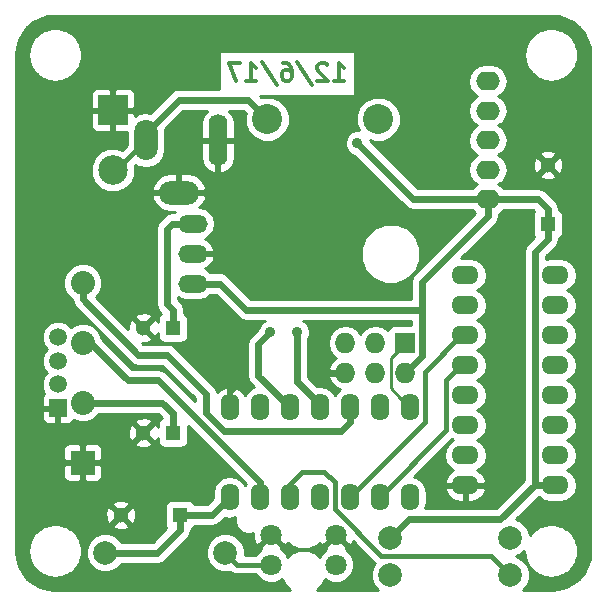
<source format=gbl>
G04 #@! TF.FileFunction,Copper,L2,Bot,Signal*
%FSLAX46Y46*%
G04 Gerber Fmt 4.6, Leading zero omitted, Abs format (unit mm)*
G04 Created by KiCad (PCBNEW 4.0.4-stable) date 06/12/17 16:56:40*
%MOMM*%
%LPD*%
G01*
G04 APERTURE LIST*
%ADD10C,0.150000*%
%ADD11C,0.300000*%
%ADD12O,2.000000X1.600000*%
%ADD13C,1.800000*%
%ADD14R,1.300000X1.300000*%
%ADD15C,1.300000*%
%ADD16O,1.600200X4.399280*%
%ADD17O,1.998980X3.401060*%
%ADD18O,3.401060X1.998980*%
%ADD19R,2.499360X2.499360*%
%ADD20C,2.499360*%
%ADD21R,1.727200X1.727200*%
%ADD22O,1.727200X1.727200*%
%ADD23C,1.998980*%
%ADD24O,2.499360X1.501140*%
%ADD25R,2.032000X2.032000*%
%ADD26C,2.032000*%
%ADD27R,1.500000X1.500000*%
%ADD28C,1.500000*%
%ADD29C,2.540000*%
%ADD30O,1.600000X2.300000*%
%ADD31O,2.300000X1.600000*%
%ADD32C,0.889000*%
%ADD33C,0.609600*%
%ADD34C,0.406400*%
%ADD35C,0.254000*%
%ADD36C,0.381000*%
G04 APERTURE END LIST*
D10*
D11*
X30161999Y45041429D02*
X31019142Y45041429D01*
X30590570Y45041429D02*
X30590570Y46541429D01*
X30733427Y46327143D01*
X30876285Y46184286D01*
X31019142Y46112857D01*
X29590571Y46398571D02*
X29519142Y46470000D01*
X29376285Y46541429D01*
X29019142Y46541429D01*
X28876285Y46470000D01*
X28804856Y46398571D01*
X28733428Y46255714D01*
X28733428Y46112857D01*
X28804856Y45898571D01*
X29661999Y45041429D01*
X28733428Y45041429D01*
X27019143Y46612857D02*
X28304857Y44684286D01*
X25876285Y46541429D02*
X26161999Y46541429D01*
X26304856Y46470000D01*
X26376285Y46398571D01*
X26519142Y46184286D01*
X26590571Y45898571D01*
X26590571Y45327143D01*
X26519142Y45184286D01*
X26447714Y45112857D01*
X26304856Y45041429D01*
X26019142Y45041429D01*
X25876285Y45112857D01*
X25804856Y45184286D01*
X25733428Y45327143D01*
X25733428Y45684286D01*
X25804856Y45827143D01*
X25876285Y45898571D01*
X26019142Y45970000D01*
X26304856Y45970000D01*
X26447714Y45898571D01*
X26519142Y45827143D01*
X26590571Y45684286D01*
X24019143Y46612857D02*
X25304857Y44684286D01*
X22733428Y45041429D02*
X23590571Y45041429D01*
X23161999Y45041429D02*
X23161999Y46541429D01*
X23304856Y46327143D01*
X23447714Y46184286D01*
X23590571Y46112857D01*
X22233428Y46541429D02*
X21233428Y46541429D01*
X21876285Y45041429D01*
D12*
X43180000Y45005000D03*
X43180000Y42505000D03*
X43180000Y40005000D03*
X43180000Y37505000D03*
X43180000Y35005000D03*
D13*
X24831000Y4069000D03*
X24831000Y6609000D03*
X30331000Y6609000D03*
X30331000Y4069000D03*
D14*
X17105000Y8255000D03*
D15*
X12105000Y8255000D03*
D14*
X48260000Y32900000D03*
D15*
X48260000Y37900000D03*
D16*
X20320000Y40005000D03*
D17*
X14224000Y40005000D03*
D18*
X17018000Y35560000D03*
D19*
X11430000Y42545000D03*
D20*
X11430000Y37465000D03*
D21*
X36195000Y22860000D03*
D22*
X36195000Y20320000D03*
X33655000Y22860000D03*
X33655000Y20320000D03*
X31115000Y22860000D03*
X31115000Y20320000D03*
D23*
X20955000Y5080000D03*
X10795000Y5080000D03*
X45085000Y3175000D03*
X34925000Y3175000D03*
X45085000Y6350000D03*
X34925000Y6350000D03*
D24*
X18176000Y30400000D03*
X18176000Y32940000D03*
X18176000Y27860000D03*
D15*
X14010000Y24130000D03*
D14*
X16510000Y24130000D03*
D15*
X14010000Y15240000D03*
D14*
X16510000Y15240000D03*
D25*
X8890000Y12700000D03*
D26*
X8890000Y17780000D03*
X8890000Y22860000D03*
X8890000Y27940000D03*
D27*
X6779000Y17320000D03*
D28*
X6779000Y19320000D03*
X6779000Y21320000D03*
X6779000Y23320000D03*
D29*
X33909000Y41783000D03*
X24511000Y41783000D03*
D30*
X21320000Y9780000D03*
X23860000Y9780000D03*
X26400000Y9780000D03*
X28940000Y9780000D03*
X31480000Y9780000D03*
X34020000Y9780000D03*
X36560000Y9780000D03*
X36560000Y17400000D03*
X34020000Y17400000D03*
X31480000Y17400000D03*
X28940000Y17400000D03*
X26400000Y17400000D03*
X23860000Y17400000D03*
X21320000Y17400000D03*
D31*
X41275000Y28575000D03*
X41275000Y26035000D03*
X41275000Y23495000D03*
X41275000Y20955000D03*
X41275000Y18415000D03*
X41275000Y15875000D03*
X41275000Y13335000D03*
X41275000Y10795000D03*
X48895000Y10795000D03*
X48895000Y13335000D03*
X48895000Y15875000D03*
X48895000Y18415000D03*
X48895000Y20955000D03*
X48895000Y23495000D03*
X48895000Y26035000D03*
X48895000Y28575000D03*
D32*
X32131000Y39751000D03*
X20955000Y23241000D03*
X28702000Y20320000D03*
X24765000Y23749000D03*
X27051000Y23749000D03*
D33*
X8890000Y17780000D02*
X15621000Y17780000D01*
X15621000Y17780000D02*
X16510000Y16891000D01*
X16510000Y15240000D02*
X16510000Y16891000D01*
X32131000Y39751000D02*
X36877000Y35005000D01*
X36877000Y35005000D02*
X43180000Y35005000D01*
X10795000Y5080000D02*
X10160000Y5080000D01*
X18176000Y27860000D02*
X20527000Y27860000D01*
X20527000Y27860000D02*
X22733000Y25654000D01*
X36195000Y20320000D02*
X37617401Y21742401D01*
X43180000Y33595400D02*
X43180000Y35005000D01*
X17105000Y8255000D02*
X17105000Y6995400D01*
X15189600Y5080000D02*
X10795000Y5080000D01*
X17105000Y8255000D02*
X19795000Y8255000D01*
X19795000Y8255000D02*
X21320000Y9780000D01*
X48260000Y32900000D02*
X48260000Y31640400D01*
X48260000Y31640400D02*
X47186190Y30566590D01*
X47186190Y30566590D02*
X47186190Y10845790D01*
X47186190Y10845790D02*
X47135400Y10795000D01*
X48895000Y10795000D02*
X48545000Y10795000D01*
X34925000Y6350000D02*
X36483291Y7908291D01*
X36483291Y7908291D02*
X44248691Y7908291D01*
X44248691Y7908291D02*
X47135400Y10795000D01*
X47135400Y10795000D02*
X48895000Y10795000D01*
X48260000Y32900000D02*
X48260000Y34159600D01*
X48260000Y34159600D02*
X47414600Y35005000D01*
X47414600Y35005000D02*
X44789600Y35005000D01*
X44789600Y35005000D02*
X43180000Y35005000D01*
X37617401Y28032801D02*
X43180000Y33595400D01*
X22733000Y25654000D02*
X37617401Y25654000D01*
X37617401Y21742401D02*
X37617401Y25654000D01*
X37617401Y25654000D02*
X37617401Y28032801D01*
X17105000Y6995400D02*
X15189600Y5080000D01*
D34*
X21320000Y17400000D02*
X21320000Y18653000D01*
X22098000Y22098000D02*
X20955000Y23241000D01*
X22098000Y19431000D02*
X22098000Y22098000D01*
X21320000Y18653000D02*
X22098000Y19431000D01*
X21320000Y17400000D02*
X21843000Y17400000D01*
D33*
X28702000Y20320000D02*
X31115000Y20320000D01*
D35*
X36195000Y22860000D02*
X36195000Y22780000D01*
X36195000Y22780000D02*
X34950399Y21535399D01*
X34950399Y21535399D02*
X34950399Y19009601D01*
X34950399Y19009601D02*
X35760001Y18199999D01*
X35760001Y18199999D02*
X36560000Y17400000D01*
D34*
X31480000Y9780000D02*
X37817201Y16117201D01*
X37817201Y16117201D02*
X37817201Y20387201D01*
X37817201Y20387201D02*
X40925000Y23495000D01*
X40925000Y23495000D02*
X41275000Y23495000D01*
D33*
X23749000Y22733000D02*
X23749000Y22479000D01*
X24765000Y23749000D02*
X23749000Y22733000D01*
X26400000Y17400000D02*
X26400000Y17415000D01*
X26400000Y17415000D02*
X23749000Y20066000D01*
X23749000Y20066000D02*
X23749000Y22479000D01*
X27051000Y23749000D02*
X27051000Y21717000D01*
X28940000Y17400000D02*
X28940000Y17669000D01*
X28940000Y17669000D02*
X27051000Y19558000D01*
X27051000Y19558000D02*
X27051000Y21717000D01*
X28940000Y17400000D02*
X28940000Y17796000D01*
D34*
X34020000Y9780000D02*
X39667790Y15427790D01*
X39667790Y19697790D02*
X40925000Y20955000D01*
X40925000Y20955000D02*
X41275000Y20955000D01*
X39667790Y15427790D02*
X39667790Y19697790D01*
D36*
X26400000Y9780000D02*
X26400000Y10906000D01*
X26400000Y10906000D02*
X27432000Y11938000D01*
X27432000Y11938000D02*
X29337000Y11938000D01*
X29337000Y11938000D02*
X30226000Y11049000D01*
X30226000Y11049000D02*
X30226000Y8763000D01*
X30226000Y8763000D02*
X34163000Y4826000D01*
X34163000Y4826000D02*
X43434000Y4826000D01*
X43434000Y4826000D02*
X45085000Y3175000D01*
D34*
X20955000Y5080000D02*
X21966000Y4069000D01*
X21966000Y4069000D02*
X24831000Y4069000D01*
D33*
X16510000Y24130000D02*
X16510000Y25654000D01*
X16430000Y32940000D02*
X18176000Y32940000D01*
X16002000Y32512000D02*
X16430000Y32940000D01*
X16002000Y26162000D02*
X16002000Y32512000D01*
X16510000Y25654000D02*
X16002000Y26162000D01*
X18675110Y32940000D02*
X18176000Y32940000D01*
X8890000Y22860000D02*
X9525000Y22860000D01*
X9525000Y22860000D02*
X12700000Y19685000D01*
X23860000Y11065000D02*
X23860000Y9780000D01*
X15240000Y19685000D02*
X23860000Y11065000D01*
X12700000Y19685000D02*
X15240000Y19685000D01*
X8890000Y27940000D02*
X8890000Y26543000D01*
X31480000Y16113000D02*
X31480000Y17400000D01*
X30734000Y15367000D02*
X31480000Y16113000D01*
X20828000Y15367000D02*
X30734000Y15367000D01*
X19304000Y16891000D02*
X20828000Y15367000D01*
X19304000Y18542000D02*
X19304000Y16891000D01*
X16002000Y21844000D02*
X19304000Y18542000D01*
X13589000Y21844000D02*
X16002000Y21844000D01*
X8890000Y26543000D02*
X13589000Y21844000D01*
X14224000Y40005000D02*
X14224000Y40640000D01*
X14224000Y40640000D02*
X17018000Y43434000D01*
X22860000Y43434000D02*
X24511000Y41783000D01*
X17018000Y43434000D02*
X22860000Y43434000D01*
D34*
X11430000Y37465000D02*
X11684000Y37465000D01*
X11684000Y37465000D02*
X14224000Y40005000D01*
D35*
G36*
X49186021Y50476052D02*
X49807306Y50287601D01*
X50379886Y49981571D01*
X50881696Y49569715D01*
X51293587Y49067878D01*
X51599571Y48495368D01*
X51788015Y47874071D01*
X51855000Y47194330D01*
X51855000Y5261677D01*
X51788015Y4581989D01*
X51599566Y3960670D01*
X51293582Y3388109D01*
X50881692Y2886308D01*
X50379888Y2474416D01*
X49807330Y2168434D01*
X49186011Y1979985D01*
X48506322Y1913000D01*
X46134334Y1913000D01*
X46469846Y2247927D01*
X46719206Y2848453D01*
X46719774Y3498694D01*
X46471462Y4099655D01*
X46012073Y4559846D01*
X45523568Y4762691D01*
X46009655Y4963538D01*
X46263847Y5217287D01*
X46258290Y5160943D01*
X46288990Y4848843D01*
X46308589Y4784204D01*
X46315217Y4716984D01*
X46406317Y4416785D01*
X46438089Y4357360D01*
X46457642Y4292871D01*
X46605442Y4016271D01*
X46648256Y3964088D01*
X46680072Y3904560D01*
X46879072Y3662060D01*
X46931306Y3619190D01*
X46974190Y3566965D01*
X47216690Y3368065D01*
X47276070Y3336347D01*
X47328101Y3293633D01*
X47604701Y3145733D01*
X47669375Y3126104D01*
X47728984Y3094257D01*
X48029184Y3003257D01*
X48096194Y2996670D01*
X48160627Y2977111D01*
X48472727Y2946311D01*
X48540000Y2952924D01*
X48607273Y2946311D01*
X48919373Y2977111D01*
X48983806Y2996670D01*
X49050816Y3003257D01*
X49351015Y3094257D01*
X49410624Y3126103D01*
X49475299Y3145733D01*
X49751899Y3293633D01*
X49803930Y3336347D01*
X49863310Y3368065D01*
X50105810Y3566965D01*
X50148747Y3619254D01*
X50201035Y3662190D01*
X50399935Y3904690D01*
X50431653Y3964070D01*
X50474367Y4016101D01*
X50622267Y4292701D01*
X50641896Y4357375D01*
X50673743Y4416984D01*
X50764743Y4717184D01*
X50771330Y4784194D01*
X50790889Y4848627D01*
X50821689Y5160727D01*
X50815076Y5228000D01*
X50821689Y5295273D01*
X50790889Y5607373D01*
X50771330Y5671806D01*
X50764743Y5738816D01*
X50673743Y6039016D01*
X50641896Y6098625D01*
X50622267Y6163299D01*
X50474367Y6439899D01*
X50431653Y6491930D01*
X50399935Y6551310D01*
X50201035Y6793810D01*
X50148810Y6836694D01*
X50105940Y6888928D01*
X49863440Y7087928D01*
X49803912Y7119744D01*
X49751729Y7162558D01*
X49475129Y7310358D01*
X49410640Y7329911D01*
X49351215Y7361683D01*
X49051016Y7452783D01*
X48983796Y7459411D01*
X48919157Y7479010D01*
X48607057Y7509710D01*
X48540000Y7503097D01*
X48472943Y7509710D01*
X48160843Y7479010D01*
X48096204Y7459411D01*
X48028984Y7452783D01*
X47728784Y7361683D01*
X47669358Y7329911D01*
X47604871Y7310358D01*
X47328271Y7162558D01*
X47276089Y7119745D01*
X47216559Y7087928D01*
X46974060Y6888928D01*
X46931242Y6836758D01*
X46879072Y6793940D01*
X46719709Y6599742D01*
X46719774Y6673694D01*
X46471462Y7274655D01*
X46012073Y7734846D01*
X45582640Y7913162D01*
X47477086Y9807608D01*
X47495332Y9780302D01*
X47960879Y9469233D01*
X48510030Y9360000D01*
X49279970Y9360000D01*
X49829121Y9469233D01*
X50294668Y9780302D01*
X50605737Y10245849D01*
X50714970Y10795000D01*
X50605737Y11344151D01*
X50294668Y11809698D01*
X49912582Y12065000D01*
X50294668Y12320302D01*
X50605737Y12785849D01*
X50714970Y13335000D01*
X50605737Y13884151D01*
X50294668Y14349698D01*
X49912582Y14605000D01*
X50294668Y14860302D01*
X50605737Y15325849D01*
X50714970Y15875000D01*
X50605737Y16424151D01*
X50294668Y16889698D01*
X49912582Y17145000D01*
X50294668Y17400302D01*
X50605737Y17865849D01*
X50714970Y18415000D01*
X50605737Y18964151D01*
X50294668Y19429698D01*
X49912582Y19685000D01*
X50294668Y19940302D01*
X50605737Y20405849D01*
X50714970Y20955000D01*
X50605737Y21504151D01*
X50294668Y21969698D01*
X49912582Y22225000D01*
X50294668Y22480302D01*
X50605737Y22945849D01*
X50714970Y23495000D01*
X50605737Y24044151D01*
X50294668Y24509698D01*
X49912582Y24765000D01*
X50294668Y25020302D01*
X50605737Y25485849D01*
X50714970Y26035000D01*
X50605737Y26584151D01*
X50294668Y27049698D01*
X49912582Y27305000D01*
X50294668Y27560302D01*
X50605737Y28025849D01*
X50714970Y28575000D01*
X50605737Y29124151D01*
X50294668Y29589698D01*
X49829121Y29900767D01*
X49279970Y30010000D01*
X48510030Y30010000D01*
X48125990Y29933610D01*
X48125990Y30177312D01*
X48924539Y30975861D01*
X49128262Y31280754D01*
X49199800Y31640400D01*
X49199800Y31681897D01*
X49361441Y31785910D01*
X49506431Y31998110D01*
X49557440Y32250000D01*
X49557440Y33550000D01*
X49513162Y33785317D01*
X49374090Y34001441D01*
X49199800Y34120528D01*
X49199800Y34159600D01*
X49128262Y34519246D01*
X48924539Y34824139D01*
X48079139Y35669539D01*
X47774246Y35873262D01*
X47414600Y35944800D01*
X44476775Y35944800D01*
X44426730Y36019698D01*
X44074576Y36255000D01*
X44426730Y36490302D01*
X44737799Y36955849D01*
X44746776Y37000984D01*
X47540590Y37000984D01*
X47596271Y36770389D01*
X48079078Y36602378D01*
X48589428Y36631917D01*
X48923729Y36770389D01*
X48979410Y37000984D01*
X48260000Y37720395D01*
X47540590Y37000984D01*
X44746776Y37000984D01*
X44847032Y37505000D01*
X44737799Y38054151D01*
X44719912Y38080922D01*
X46962378Y38080922D01*
X46991917Y37570572D01*
X47130389Y37236271D01*
X47360984Y37180590D01*
X48080395Y37900000D01*
X48439605Y37900000D01*
X49159016Y37180590D01*
X49389611Y37236271D01*
X49557622Y37719078D01*
X49528083Y38229428D01*
X49389611Y38563729D01*
X49159016Y38619410D01*
X48439605Y37900000D01*
X48080395Y37900000D01*
X47360984Y38619410D01*
X47130389Y38563729D01*
X46962378Y38080922D01*
X44719912Y38080922D01*
X44426730Y38519698D01*
X44074576Y38755000D01*
X44140450Y38799016D01*
X47540590Y38799016D01*
X48260000Y38079605D01*
X48979410Y38799016D01*
X48923729Y39029611D01*
X48440922Y39197622D01*
X47930572Y39168083D01*
X47596271Y39029611D01*
X47540590Y38799016D01*
X44140450Y38799016D01*
X44426730Y38990302D01*
X44737799Y39455849D01*
X44847032Y40005000D01*
X44737799Y40554151D01*
X44426730Y41019698D01*
X44074576Y41255000D01*
X44426730Y41490302D01*
X44737799Y41955849D01*
X44847032Y42505000D01*
X44737799Y43054151D01*
X44426730Y43519698D01*
X44074576Y43755000D01*
X44426730Y43990302D01*
X44737799Y44455849D01*
X44847032Y45005000D01*
X44737799Y45554151D01*
X44426730Y46019698D01*
X43961183Y46330767D01*
X43412032Y46440000D01*
X42947968Y46440000D01*
X42398817Y46330767D01*
X41933270Y46019698D01*
X41622201Y45554151D01*
X41512968Y45005000D01*
X41622201Y44455849D01*
X41933270Y43990302D01*
X42285424Y43755000D01*
X41933270Y43519698D01*
X41622201Y43054151D01*
X41512968Y42505000D01*
X41622201Y41955849D01*
X41933270Y41490302D01*
X42285424Y41255000D01*
X41933270Y41019698D01*
X41622201Y40554151D01*
X41512968Y40005000D01*
X41622201Y39455849D01*
X41933270Y38990302D01*
X42285424Y38755000D01*
X41933270Y38519698D01*
X41622201Y38054151D01*
X41512968Y37505000D01*
X41622201Y36955849D01*
X41933270Y36490302D01*
X42285424Y36255000D01*
X41933270Y36019698D01*
X41883225Y35944800D01*
X37266278Y35944800D01*
X33193807Y40017271D01*
X33528410Y39878332D01*
X34286265Y39877670D01*
X34986686Y40167078D01*
X35523039Y40702495D01*
X35813668Y41402410D01*
X35814330Y42160265D01*
X35524922Y42860686D01*
X34989505Y43397039D01*
X34289590Y43687668D01*
X33531735Y43688330D01*
X32831314Y43398922D01*
X32294961Y42863505D01*
X32004332Y42163590D01*
X32003670Y41405735D01*
X32241392Y40830405D01*
X31917216Y40830687D01*
X31520311Y40666689D01*
X31216378Y40363286D01*
X31051687Y39966668D01*
X31051313Y39537216D01*
X31215311Y39140311D01*
X31518714Y38836378D01*
X31857023Y38695899D01*
X36212461Y34340461D01*
X36517354Y34136738D01*
X36877000Y34065200D01*
X41883225Y34065200D01*
X41933270Y33990302D01*
X42120632Y33865110D01*
X36952862Y28697340D01*
X36749139Y28392447D01*
X36677601Y28032801D01*
X36677601Y26593800D01*
X23122278Y26593800D01*
X21191539Y28524539D01*
X20886646Y28728262D01*
X20527000Y28799800D01*
X19718470Y28799800D01*
X19691779Y28839746D01*
X19242268Y29140100D01*
X19232968Y29141950D01*
X19322677Y29168501D01*
X19744658Y29510056D01*
X19955400Y29897985D01*
X32404641Y29897985D01*
X32789746Y28965959D01*
X33502208Y28252252D01*
X34433561Y27865521D01*
X35442015Y27864641D01*
X36374041Y28249746D01*
X37087748Y28962208D01*
X37474479Y29893561D01*
X37475359Y30902015D01*
X37090254Y31834041D01*
X36377792Y32547748D01*
X35446439Y32934479D01*
X34437985Y32935359D01*
X33505959Y32550254D01*
X32792252Y31837792D01*
X32405521Y30906439D01*
X32404641Y29897985D01*
X19955400Y29897985D01*
X20003810Y29987097D01*
X20017993Y30058725D01*
X19895339Y30273000D01*
X18303000Y30273000D01*
X18303000Y30253000D01*
X18049000Y30253000D01*
X18049000Y30273000D01*
X18029000Y30273000D01*
X18029000Y30527000D01*
X18049000Y30527000D01*
X18049000Y30547000D01*
X18303000Y30547000D01*
X18303000Y30527000D01*
X19895339Y30527000D01*
X20017993Y30741275D01*
X20003810Y30812903D01*
X19744658Y31289944D01*
X19322677Y31631499D01*
X19232968Y31658050D01*
X19242268Y31659900D01*
X19691779Y31960254D01*
X19992133Y32409765D01*
X20097603Y32940000D01*
X19992133Y33470235D01*
X19691779Y33919746D01*
X19242268Y34220100D01*
X18742702Y34319470D01*
X18964602Y34494044D01*
X19277713Y35051841D01*
X19308659Y35179646D01*
X19189305Y35433000D01*
X17145000Y35433000D01*
X17145000Y35413000D01*
X16891000Y35413000D01*
X16891000Y35433000D01*
X14846695Y35433000D01*
X14727341Y35179646D01*
X14758287Y35051841D01*
X15071398Y34494044D01*
X15574135Y34098529D01*
X16189960Y33925510D01*
X16668847Y33925510D01*
X16660221Y33919746D01*
X16633530Y33879800D01*
X16430000Y33879800D01*
X16070354Y33808262D01*
X15765461Y33604539D01*
X15337461Y33176539D01*
X15133738Y32871646D01*
X15062200Y32512000D01*
X15062200Y26162000D01*
X15133738Y25802354D01*
X15337461Y25497461D01*
X15519466Y25315456D01*
X15408559Y25244090D01*
X15263569Y25031890D01*
X15212560Y24780000D01*
X15212560Y24617615D01*
X15139611Y24793729D01*
X14909016Y24849410D01*
X14189605Y24130000D01*
X14909016Y23410590D01*
X15139611Y23466271D01*
X15212560Y23675902D01*
X15212560Y23480000D01*
X15256838Y23244683D01*
X15395910Y23028559D01*
X15608110Y22883569D01*
X15860000Y22832560D01*
X17160000Y22832560D01*
X17395317Y22876838D01*
X17611441Y23015910D01*
X17756431Y23228110D01*
X17807440Y23480000D01*
X17807440Y24780000D01*
X17763162Y25015317D01*
X17624090Y25231441D01*
X17449800Y25350528D01*
X17449800Y25654000D01*
X17378262Y26013646D01*
X17174539Y26318539D01*
X16941800Y26551278D01*
X16941800Y26692109D01*
X17109732Y26579900D01*
X17639967Y26474430D01*
X18712033Y26474430D01*
X19242268Y26579900D01*
X19691779Y26880254D01*
X19718470Y26920200D01*
X20137722Y26920200D01*
X22068461Y24989461D01*
X22373354Y24785738D01*
X22733000Y24714200D01*
X24274137Y24714200D01*
X24154311Y24664689D01*
X23850378Y24361286D01*
X23709899Y24022977D01*
X23084461Y23397539D01*
X22880738Y23092646D01*
X22809200Y22733000D01*
X22809200Y20066000D01*
X22880738Y19706354D01*
X23084461Y19401461D01*
X23364511Y19121411D01*
X23310849Y19110737D01*
X22845302Y18799668D01*
X22592851Y18421849D01*
X22244896Y18854500D01*
X21751819Y19124367D01*
X21669039Y19141904D01*
X21447000Y19019915D01*
X21447000Y17527000D01*
X21467000Y17527000D01*
X21467000Y17273000D01*
X21447000Y17273000D01*
X21447000Y17253000D01*
X21193000Y17253000D01*
X21193000Y17273000D01*
X21173000Y17273000D01*
X21173000Y17527000D01*
X21193000Y17527000D01*
X21193000Y19019915D01*
X20970961Y19141904D01*
X20888181Y19124367D01*
X20395104Y18854500D01*
X20223967Y18641706D01*
X20172262Y18901646D01*
X19968539Y19206539D01*
X16666539Y22508539D01*
X16361646Y22712262D01*
X16002000Y22783800D01*
X13978278Y22783800D01*
X13924195Y22837883D01*
X14339428Y22861917D01*
X14673729Y23000389D01*
X14729410Y23230984D01*
X14010000Y23950395D01*
X13995858Y23936252D01*
X13816252Y24115858D01*
X13830395Y24130000D01*
X13110984Y24849410D01*
X12880389Y24793729D01*
X12712378Y24310922D01*
X12728426Y24033652D01*
X11733062Y25029016D01*
X13290590Y25029016D01*
X14010000Y24309605D01*
X14729410Y25029016D01*
X14673729Y25259611D01*
X14190922Y25427622D01*
X13680572Y25398083D01*
X13346271Y25259611D01*
X13290590Y25029016D01*
X11733062Y25029016D01*
X10023443Y26738635D01*
X10288834Y27003563D01*
X10540713Y27610155D01*
X10541286Y28266963D01*
X10290466Y28873995D01*
X9826437Y29338834D01*
X9219845Y29590713D01*
X8563037Y29591286D01*
X7956005Y29340466D01*
X7491166Y28876437D01*
X7239287Y28269845D01*
X7238714Y27613037D01*
X7489534Y27006005D01*
X7950200Y26544535D01*
X7950200Y26543000D01*
X8021738Y26183354D01*
X8225461Y25878461D01*
X12924461Y21179461D01*
X13229354Y20975738D01*
X13589000Y20904200D01*
X15612722Y20904200D01*
X18364200Y18152722D01*
X18364200Y17889878D01*
X15904539Y20349539D01*
X15599646Y20553262D01*
X15240000Y20624800D01*
X13089278Y20624800D01*
X10541274Y23172804D01*
X10541286Y23186963D01*
X10290466Y23793995D01*
X9826437Y24258834D01*
X9219845Y24510713D01*
X8563037Y24511286D01*
X7956005Y24260466D01*
X7876441Y24181040D01*
X7564564Y24493461D01*
X7055702Y24704759D01*
X6504715Y24705240D01*
X5995485Y24494831D01*
X5605539Y24105564D01*
X5394241Y23596702D01*
X5393760Y23045715D01*
X5604169Y22536485D01*
X5820313Y22319964D01*
X5605539Y22105564D01*
X5394241Y21596702D01*
X5393760Y21045715D01*
X5604169Y20536485D01*
X5820313Y20319964D01*
X5605539Y20105564D01*
X5394241Y19596702D01*
X5393760Y19045715D01*
X5602207Y18541233D01*
X5490673Y18429698D01*
X5394000Y18196309D01*
X5394000Y17605750D01*
X5552750Y17447000D01*
X6652000Y17447000D01*
X6652000Y17467000D01*
X6906000Y17467000D01*
X6906000Y17447000D01*
X6926000Y17447000D01*
X6926000Y17193000D01*
X6906000Y17193000D01*
X6906000Y16093750D01*
X7064750Y15935000D01*
X7655310Y15935000D01*
X7888699Y16031673D01*
X8067327Y16210302D01*
X8111019Y16315784D01*
X8560155Y16129287D01*
X9216963Y16128714D01*
X9241895Y16139016D01*
X13290590Y16139016D01*
X14010000Y15419605D01*
X14729410Y16139016D01*
X14673729Y16369611D01*
X14190922Y16537622D01*
X13680572Y16508083D01*
X13346271Y16369611D01*
X13290590Y16139016D01*
X9241895Y16139016D01*
X9823995Y16379534D01*
X10285465Y16840200D01*
X15231722Y16840200D01*
X15570200Y16501722D01*
X15570200Y16458103D01*
X15408559Y16354090D01*
X15263569Y16141890D01*
X15212560Y15890000D01*
X15212560Y15727615D01*
X15139611Y15903729D01*
X14909016Y15959410D01*
X14189605Y15240000D01*
X14909016Y14520590D01*
X15139611Y14576271D01*
X15212560Y14785902D01*
X15212560Y14590000D01*
X15256838Y14354683D01*
X15395910Y14138559D01*
X15608110Y13993569D01*
X15860000Y13942560D01*
X17160000Y13942560D01*
X17395317Y13986838D01*
X17611441Y14125910D01*
X17756431Y14338110D01*
X17807440Y14590000D01*
X17807440Y15788482D01*
X22673449Y10922473D01*
X22590000Y10797582D01*
X22334698Y11179668D01*
X21869151Y11490737D01*
X21320000Y11599970D01*
X20770849Y11490737D01*
X20305302Y11179668D01*
X19994233Y10714121D01*
X19885000Y10164970D01*
X19885000Y9674078D01*
X19405722Y9194800D01*
X18323103Y9194800D01*
X18219090Y9356441D01*
X18006890Y9501431D01*
X17755000Y9552440D01*
X16455000Y9552440D01*
X16219683Y9508162D01*
X16003559Y9369090D01*
X15858569Y9156890D01*
X15807560Y8905000D01*
X15807560Y7605000D01*
X15851838Y7369683D01*
X15968659Y7188137D01*
X14800322Y6019800D01*
X12166343Y6019800D01*
X11722073Y6464846D01*
X11121547Y6714206D01*
X10471306Y6714774D01*
X9870345Y6466462D01*
X9410154Y6007073D01*
X9160794Y5406547D01*
X9160226Y4756306D01*
X9408538Y4155345D01*
X9867927Y3695154D01*
X10468453Y3445794D01*
X11118694Y3445226D01*
X11719655Y3693538D01*
X12167097Y4140200D01*
X15189600Y4140200D01*
X15549246Y4211738D01*
X15854139Y4415461D01*
X17769539Y6330861D01*
X17973262Y6635754D01*
X18044800Y6995400D01*
X18044800Y7036897D01*
X18206441Y7140910D01*
X18325528Y7315200D01*
X19795000Y7315200D01*
X20154646Y7386738D01*
X20459539Y7590461D01*
X20910552Y8041474D01*
X21320000Y7960030D01*
X21813847Y8058262D01*
X21796197Y8015756D01*
X21795803Y7564225D01*
X21968233Y7146914D01*
X22287235Y6827355D01*
X22704244Y6654197D01*
X23155775Y6653803D01*
X23290430Y6709441D01*
X23310161Y6239540D01*
X23494357Y5794852D01*
X23750841Y5708446D01*
X24651395Y6609000D01*
X24637253Y6623142D01*
X24816858Y6802747D01*
X24831000Y6788605D01*
X24845143Y6802747D01*
X25024748Y6623142D01*
X25010605Y6609000D01*
X25911159Y5708446D01*
X26167643Y5794852D01*
X26219009Y5935249D01*
X26511839Y5641907D01*
X27204405Y5354328D01*
X27954305Y5353674D01*
X28647372Y5640043D01*
X28938218Y5930382D01*
X28994357Y5794852D01*
X29250841Y5708446D01*
X30151395Y6609000D01*
X30137253Y6623142D01*
X30316858Y6802747D01*
X30331000Y6788605D01*
X30345143Y6802747D01*
X30524748Y6623142D01*
X30510605Y6609000D01*
X31411159Y5708446D01*
X31667643Y5794852D01*
X31763824Y6057742D01*
X33579283Y4242283D01*
X33639981Y4201726D01*
X33540154Y4102073D01*
X33290794Y3501547D01*
X33290226Y2851306D01*
X33538538Y2250345D01*
X33875295Y1913000D01*
X28720456Y1913000D01*
X29178093Y2369839D01*
X29377907Y2851043D01*
X29460357Y2768449D01*
X30024330Y2534267D01*
X30634991Y2533735D01*
X31199371Y2766932D01*
X31631551Y3198357D01*
X31865733Y3762330D01*
X31866265Y4372991D01*
X31633068Y4937371D01*
X31201643Y5369551D01*
X31180806Y5378203D01*
X31231554Y5528841D01*
X30331000Y6429395D01*
X29430446Y5528841D01*
X29481035Y5378673D01*
X29462629Y5371068D01*
X29030449Y4939643D01*
X28947018Y4738718D01*
X28650161Y5036093D01*
X27957595Y5323672D01*
X27207695Y5324326D01*
X26514628Y5037957D01*
X26215067Y4738918D01*
X26133068Y4937371D01*
X25701643Y5369551D01*
X25680806Y5378203D01*
X25731554Y5528841D01*
X24831000Y6429395D01*
X23930446Y5528841D01*
X23981035Y5378673D01*
X23962629Y5371068D01*
X23530449Y4939643D01*
X23516977Y4907200D01*
X22589340Y4907200D01*
X22589774Y5403694D01*
X22341462Y6004655D01*
X21882073Y6464846D01*
X21281547Y6714206D01*
X20631306Y6714774D01*
X20030345Y6466462D01*
X19570154Y6007073D01*
X19320794Y5406547D01*
X19320226Y4756306D01*
X19568538Y4155345D01*
X20027927Y3695154D01*
X20628453Y3445794D01*
X21278694Y3445226D01*
X21367632Y3481974D01*
X21373303Y3476303D01*
X21645235Y3294604D01*
X21966000Y3230800D01*
X23516466Y3230800D01*
X23528932Y3200629D01*
X23960357Y2768449D01*
X24524330Y2534267D01*
X25134991Y2533735D01*
X25699371Y2766932D01*
X25784151Y2851564D01*
X25982043Y2372628D01*
X26440870Y1913000D01*
X6573670Y1913000D01*
X5893929Y1979985D01*
X5272632Y2168429D01*
X4700122Y2474413D01*
X4198285Y2886304D01*
X3786429Y3388114D01*
X3480399Y3960694D01*
X3291948Y4581979D01*
X3225000Y5261654D01*
X3225000Y5295165D01*
X4258291Y5295165D01*
X4264904Y5228000D01*
X4258291Y5160835D01*
X4289041Y4848735D01*
X4308620Y4784200D01*
X4315227Y4717084D01*
X4406277Y4416884D01*
X4438092Y4357357D01*
X4457687Y4292769D01*
X4605547Y4016169D01*
X4648317Y3964058D01*
X4680090Y3904599D01*
X4879060Y3662099D01*
X4931288Y3619227D01*
X4974167Y3567000D01*
X5216627Y3368100D01*
X5276037Y3336360D01*
X5328099Y3293623D01*
X5604720Y3145723D01*
X5669369Y3126103D01*
X5728954Y3094266D01*
X6029104Y3003266D01*
X6096134Y2996674D01*
X6160587Y2977110D01*
X6472737Y2946310D01*
X6540005Y2952923D01*
X6607267Y2946311D01*
X6919397Y2977111D01*
X6983843Y2996673D01*
X7050870Y3003264D01*
X7351030Y3094264D01*
X7410623Y3126105D01*
X7475280Y3145728D01*
X7751890Y3293628D01*
X7803947Y3336362D01*
X7863353Y3368100D01*
X8105813Y3567000D01*
X8148688Y3619222D01*
X8200909Y3662086D01*
X8399889Y3904586D01*
X8431667Y3964051D01*
X8474443Y4016169D01*
X8622303Y4292769D01*
X8641901Y4357367D01*
X8673719Y4416904D01*
X8764759Y4717104D01*
X8771363Y4784210D01*
X8790939Y4848735D01*
X8821689Y5160835D01*
X8815076Y5228000D01*
X8821689Y5295165D01*
X8790939Y5607265D01*
X8771363Y5671790D01*
X8764759Y5738896D01*
X8673719Y6039096D01*
X8641901Y6098633D01*
X8622303Y6163231D01*
X8474443Y6439831D01*
X8431667Y6491949D01*
X8399889Y6551414D01*
X8200909Y6793914D01*
X8148751Y6836726D01*
X8105943Y6888893D01*
X7863483Y7087893D01*
X7803926Y7119730D01*
X7751720Y7162562D01*
X7475110Y7310362D01*
X7410640Y7329909D01*
X7361874Y7355984D01*
X11385590Y7355984D01*
X11441271Y7125389D01*
X11924078Y6957378D01*
X12434428Y6986917D01*
X12768729Y7125389D01*
X12824410Y7355984D01*
X12105000Y8075395D01*
X11385590Y7355984D01*
X7361874Y7355984D01*
X7351230Y7361675D01*
X7051070Y7452775D01*
X6983834Y7459407D01*
X6919176Y7479011D01*
X6607026Y7509711D01*
X6539975Y7503097D01*
X6472929Y7509710D01*
X6160799Y7479011D01*
X6096141Y7459406D01*
X6028904Y7452774D01*
X5728754Y7361673D01*
X5669355Y7329912D01*
X5604890Y7310368D01*
X5328269Y7162567D01*
X5276055Y7119730D01*
X5216497Y7087892D01*
X4974037Y6888893D01*
X4931225Y6836721D01*
X4879060Y6793901D01*
X4680090Y6551401D01*
X4648317Y6491942D01*
X4605547Y6439831D01*
X4457687Y6163231D01*
X4438092Y6098643D01*
X4406277Y6039116D01*
X4315227Y5738916D01*
X4308620Y5671800D01*
X4289041Y5607265D01*
X4258291Y5295165D01*
X3225000Y5295165D01*
X3225000Y8435922D01*
X10807378Y8435922D01*
X10836917Y7925572D01*
X10975389Y7591271D01*
X11205984Y7535590D01*
X11925395Y8255000D01*
X12284605Y8255000D01*
X13004016Y7535590D01*
X13234611Y7591271D01*
X13402622Y8074078D01*
X13373083Y8584428D01*
X13234611Y8918729D01*
X13004016Y8974410D01*
X12284605Y8255000D01*
X11925395Y8255000D01*
X11205984Y8974410D01*
X10975389Y8918729D01*
X10807378Y8435922D01*
X3225000Y8435922D01*
X3225000Y9154016D01*
X11385590Y9154016D01*
X12105000Y8434605D01*
X12824410Y9154016D01*
X12768729Y9384611D01*
X12285922Y9552622D01*
X11775572Y9523083D01*
X11441271Y9384611D01*
X11385590Y9154016D01*
X3225000Y9154016D01*
X3225000Y12414250D01*
X7239000Y12414250D01*
X7239000Y11557691D01*
X7335673Y11324302D01*
X7514301Y11145673D01*
X7747690Y11049000D01*
X8604250Y11049000D01*
X8763000Y11207750D01*
X8763000Y12573000D01*
X9017000Y12573000D01*
X9017000Y11207750D01*
X9175750Y11049000D01*
X10032310Y11049000D01*
X10265699Y11145673D01*
X10444327Y11324302D01*
X10541000Y11557691D01*
X10541000Y12414250D01*
X10382250Y12573000D01*
X9017000Y12573000D01*
X8763000Y12573000D01*
X7397750Y12573000D01*
X7239000Y12414250D01*
X3225000Y12414250D01*
X3225000Y13842309D01*
X7239000Y13842309D01*
X7239000Y12985750D01*
X7397750Y12827000D01*
X8763000Y12827000D01*
X8763000Y14192250D01*
X9017000Y14192250D01*
X9017000Y12827000D01*
X10382250Y12827000D01*
X10541000Y12985750D01*
X10541000Y13842309D01*
X10444327Y14075698D01*
X10265699Y14254327D01*
X10056491Y14340984D01*
X13290590Y14340984D01*
X13346271Y14110389D01*
X13829078Y13942378D01*
X14339428Y13971917D01*
X14673729Y14110389D01*
X14729410Y14340984D01*
X14010000Y15060395D01*
X13290590Y14340984D01*
X10056491Y14340984D01*
X10032310Y14351000D01*
X9175750Y14351000D01*
X9017000Y14192250D01*
X8763000Y14192250D01*
X8604250Y14351000D01*
X7747690Y14351000D01*
X7514301Y14254327D01*
X7335673Y14075698D01*
X7239000Y13842309D01*
X3225000Y13842309D01*
X3225000Y15420922D01*
X12712378Y15420922D01*
X12741917Y14910572D01*
X12880389Y14576271D01*
X13110984Y14520590D01*
X13830395Y15240000D01*
X13110984Y15959410D01*
X12880389Y15903729D01*
X12712378Y15420922D01*
X3225000Y15420922D01*
X3225000Y17034250D01*
X5394000Y17034250D01*
X5394000Y16443691D01*
X5490673Y16210302D01*
X5669301Y16031673D01*
X5902690Y15935000D01*
X6493250Y15935000D01*
X6652000Y16093750D01*
X6652000Y17193000D01*
X5552750Y17193000D01*
X5394000Y17034250D01*
X3225000Y17034250D01*
X3225000Y37091759D01*
X9544994Y37091759D01*
X9831314Y36398809D01*
X10361021Y35868178D01*
X11053469Y35580648D01*
X11803241Y35579994D01*
X12496191Y35866314D01*
X12570360Y35940354D01*
X14727341Y35940354D01*
X14846695Y35687000D01*
X16891000Y35687000D01*
X16891000Y37194490D01*
X17145000Y37194490D01*
X17145000Y35687000D01*
X19189305Y35687000D01*
X19308659Y35940354D01*
X19277713Y36068159D01*
X18964602Y36625956D01*
X18461865Y37021471D01*
X17846040Y37194490D01*
X17145000Y37194490D01*
X16891000Y37194490D01*
X16189960Y37194490D01*
X15574135Y37021471D01*
X15071398Y36625956D01*
X14758287Y36068159D01*
X14727341Y35940354D01*
X12570360Y35940354D01*
X13026822Y36396021D01*
X13314352Y37088469D01*
X13315006Y37838241D01*
X13293846Y37889452D01*
X13331161Y37926767D01*
X13598508Y37748132D01*
X14224000Y37623714D01*
X14849492Y37748132D01*
X15379759Y38102445D01*
X15734072Y38632712D01*
X15858490Y39258204D01*
X15858490Y39878000D01*
X18884900Y39878000D01*
X18884900Y38478460D01*
X19042741Y37938938D01*
X19395033Y37500888D01*
X19888143Y37230999D01*
X19970945Y37213457D01*
X20193000Y37335444D01*
X20193000Y39878000D01*
X20447000Y39878000D01*
X20447000Y37335444D01*
X20669055Y37213457D01*
X20751857Y37230999D01*
X21244967Y37500888D01*
X21597259Y37938938D01*
X21755100Y38478460D01*
X21755100Y39878000D01*
X20447000Y39878000D01*
X20193000Y39878000D01*
X18884900Y39878000D01*
X15858490Y39878000D01*
X15858490Y40751796D01*
X15826367Y40913289D01*
X17407278Y42494200D01*
X19383040Y42494200D01*
X19042741Y42071062D01*
X18884900Y41531540D01*
X18884900Y40132000D01*
X20193000Y40132000D01*
X20193000Y40152000D01*
X20447000Y40152000D01*
X20447000Y40132000D01*
X21755100Y40132000D01*
X21755100Y41531540D01*
X21597259Y42071062D01*
X21256960Y42494200D01*
X22470722Y42494200D01*
X22663546Y42301376D01*
X22606332Y42163590D01*
X22605670Y41405735D01*
X22895078Y40705314D01*
X23430495Y40168961D01*
X24130410Y39878332D01*
X24888265Y39877670D01*
X25588686Y40167078D01*
X26125039Y40702495D01*
X26415668Y41402410D01*
X26416330Y42160265D01*
X26126922Y42860686D01*
X25591505Y43397039D01*
X24891590Y43687668D01*
X24133735Y43688330D01*
X23992928Y43630150D01*
X23888078Y43735000D01*
X31939857Y43735000D01*
X31939857Y47295046D01*
X46258289Y47295046D01*
X46264902Y47228000D01*
X46258289Y47160949D01*
X46288989Y46848820D01*
X46308593Y46784163D01*
X46315225Y46716930D01*
X46406325Y46416770D01*
X46438091Y46357360D01*
X46457638Y46292890D01*
X46605438Y46016280D01*
X46648270Y45964074D01*
X46680107Y45904517D01*
X46879107Y45662057D01*
X46931274Y45619249D01*
X46974086Y45567091D01*
X47216586Y45368111D01*
X47276051Y45336333D01*
X47328169Y45293557D01*
X47604769Y45145697D01*
X47669367Y45126099D01*
X47728904Y45094281D01*
X48029104Y45003241D01*
X48096210Y44996637D01*
X48160735Y44977061D01*
X48472835Y44946311D01*
X48540000Y44952924D01*
X48607165Y44946311D01*
X48919265Y44977061D01*
X48983790Y44996637D01*
X49050896Y45003241D01*
X49351096Y45094281D01*
X49410633Y45126099D01*
X49475231Y45145697D01*
X49751831Y45293557D01*
X49803949Y45336333D01*
X49863414Y45368111D01*
X50105915Y45567091D01*
X50148781Y45619314D01*
X50201000Y45662187D01*
X50399900Y45904647D01*
X50431638Y45964053D01*
X50474372Y46016110D01*
X50622272Y46292720D01*
X50641895Y46357377D01*
X50673736Y46416970D01*
X50764736Y46717130D01*
X50771327Y46784157D01*
X50790889Y46848603D01*
X50821689Y47160733D01*
X50815077Y47227995D01*
X50821690Y47295263D01*
X50790890Y47607413D01*
X50771326Y47671866D01*
X50764734Y47738896D01*
X50673734Y48039046D01*
X50641897Y48098631D01*
X50622277Y48163280D01*
X50474377Y48439901D01*
X50431640Y48491963D01*
X50399900Y48551373D01*
X50201000Y48793833D01*
X50148773Y48836712D01*
X50105901Y48888940D01*
X49863401Y49087910D01*
X49803942Y49119683D01*
X49751831Y49162453D01*
X49475231Y49310313D01*
X49410643Y49329908D01*
X49351116Y49361723D01*
X49050916Y49452773D01*
X48983800Y49459380D01*
X48919265Y49478959D01*
X48607165Y49509709D01*
X48540000Y49503096D01*
X48472835Y49509709D01*
X48160735Y49478959D01*
X48096200Y49459380D01*
X48029084Y49452773D01*
X47728884Y49361723D01*
X47669357Y49329908D01*
X47604769Y49310313D01*
X47328169Y49162453D01*
X47276058Y49119683D01*
X47216599Y49087910D01*
X46974099Y48888940D01*
X46931280Y48836776D01*
X46879107Y48793963D01*
X46680107Y48551503D01*
X46648268Y48491942D01*
X46605433Y48439731D01*
X46457633Y48163111D01*
X46438089Y48098647D01*
X46406327Y48039246D01*
X46315227Y47739096D01*
X46308594Y47671858D01*
X46288989Y47607196D01*
X46258289Y47295046D01*
X31939857Y47295046D01*
X31939857Y47555000D01*
X20384144Y47555000D01*
X20384144Y44373800D01*
X17018000Y44373800D01*
X16658354Y44302262D01*
X16353461Y44098539D01*
X14571989Y42317067D01*
X14224000Y42386286D01*
X13598508Y42261868D01*
X13314680Y42072220D01*
X13314680Y42259250D01*
X13155930Y42418000D01*
X11557000Y42418000D01*
X11557000Y40819070D01*
X11715750Y40660320D01*
X12589510Y40660320D01*
X12589510Y39555904D01*
X12213832Y39180226D01*
X11806531Y39349352D01*
X11056759Y39350006D01*
X10363809Y39063686D01*
X9833178Y38533979D01*
X9545648Y37841531D01*
X9544994Y37091759D01*
X3225000Y37091759D01*
X3225000Y42259250D01*
X9545320Y42259250D01*
X9545320Y41169011D01*
X9641993Y40935622D01*
X9820621Y40756993D01*
X10054010Y40660320D01*
X11144250Y40660320D01*
X11303000Y40819070D01*
X11303000Y42418000D01*
X9704070Y42418000D01*
X9545320Y42259250D01*
X3225000Y42259250D01*
X3225000Y43920989D01*
X9545320Y43920989D01*
X9545320Y42830750D01*
X9704070Y42672000D01*
X11303000Y42672000D01*
X11303000Y44270930D01*
X11557000Y44270930D01*
X11557000Y42672000D01*
X13155930Y42672000D01*
X13314680Y42830750D01*
X13314680Y43920989D01*
X13218007Y44154378D01*
X13039379Y44333007D01*
X12805990Y44429680D01*
X11715750Y44429680D01*
X11557000Y44270930D01*
X11303000Y44270930D01*
X11144250Y44429680D01*
X10054010Y44429680D01*
X9820621Y44333007D01*
X9641993Y44154378D01*
X9545320Y43920989D01*
X3225000Y43920989D01*
X3225000Y47194343D01*
X3234929Y47295155D01*
X4258290Y47295155D01*
X4264903Y47228001D01*
X4258290Y47160841D01*
X4289040Y46848711D01*
X4308623Y46784161D01*
X4315234Y46717030D01*
X4406284Y46416870D01*
X4438093Y46357359D01*
X4457682Y46292788D01*
X4605542Y46016178D01*
X4648332Y45964041D01*
X4680125Y45904556D01*
X4879095Y45662096D01*
X4931256Y45619286D01*
X4974063Y45567126D01*
X5216523Y45368146D01*
X5276018Y45336345D01*
X5328167Y45293547D01*
X5604787Y45145687D01*
X5669361Y45126098D01*
X5728874Y45094290D01*
X6029024Y45003250D01*
X6096150Y44996641D01*
X6160695Y44977060D01*
X6472846Y44946310D01*
X6540000Y44952923D01*
X6607159Y44946310D01*
X6919289Y44977060D01*
X6983830Y44996640D01*
X7050950Y45003248D01*
X7351110Y45094288D01*
X7410631Y45126100D01*
X7475212Y45145692D01*
X7751822Y45293552D01*
X7803966Y45336348D01*
X7863457Y45368146D01*
X8105917Y45567126D01*
X8148719Y45619281D01*
X8200874Y45662083D01*
X8399854Y45904543D01*
X8431652Y45964034D01*
X8474448Y46016178D01*
X8622308Y46292788D01*
X8641900Y46357369D01*
X8673712Y46416890D01*
X8764752Y46717050D01*
X8771360Y46784171D01*
X8790940Y46848711D01*
X8821690Y47160841D01*
X8815077Y47228000D01*
X8821690Y47295154D01*
X8790940Y47607305D01*
X8771359Y47671850D01*
X8764750Y47738976D01*
X8673710Y48039126D01*
X8641902Y48098639D01*
X8622313Y48163213D01*
X8474453Y48439833D01*
X8431655Y48491982D01*
X8399854Y48551477D01*
X8200874Y48793937D01*
X8148714Y48836744D01*
X8105904Y48888905D01*
X7863444Y49087875D01*
X7803959Y49119668D01*
X7751822Y49162458D01*
X7475212Y49310318D01*
X7410641Y49329907D01*
X7351130Y49361716D01*
X7050970Y49452766D01*
X6983835Y49459378D01*
X6919285Y49478960D01*
X6607135Y49509710D01*
X6539980Y49503097D01*
X6472821Y49509710D01*
X6160691Y49478960D01*
X6096137Y49459376D01*
X6029004Y49452764D01*
X5728854Y49361714D01*
X5669351Y49329909D01*
X5604787Y49310323D01*
X5328167Y49162463D01*
X5276025Y49119670D01*
X5216536Y49087875D01*
X4974076Y48888905D01*
X4931262Y48836738D01*
X4879095Y48793924D01*
X4680125Y48551464D01*
X4648330Y48491975D01*
X4605537Y48439833D01*
X4457677Y48163213D01*
X4438091Y48098649D01*
X4406286Y48039146D01*
X4315236Y47738996D01*
X4308624Y47671860D01*
X4289040Y47607305D01*
X4258290Y47295155D01*
X3234929Y47295155D01*
X3291949Y47874087D01*
X3480395Y48495345D01*
X3786427Y49067878D01*
X4198281Y49569718D01*
X4700125Y49981575D01*
X5272655Y50287605D01*
X5893919Y50476052D01*
X6573630Y50543000D01*
X48506346Y50543000D01*
X49186021Y50476052D01*
X49186021Y50476052D01*
G37*
X49186021Y50476052D02*
X49807306Y50287601D01*
X50379886Y49981571D01*
X50881696Y49569715D01*
X51293587Y49067878D01*
X51599571Y48495368D01*
X51788015Y47874071D01*
X51855000Y47194330D01*
X51855000Y5261677D01*
X51788015Y4581989D01*
X51599566Y3960670D01*
X51293582Y3388109D01*
X50881692Y2886308D01*
X50379888Y2474416D01*
X49807330Y2168434D01*
X49186011Y1979985D01*
X48506322Y1913000D01*
X46134334Y1913000D01*
X46469846Y2247927D01*
X46719206Y2848453D01*
X46719774Y3498694D01*
X46471462Y4099655D01*
X46012073Y4559846D01*
X45523568Y4762691D01*
X46009655Y4963538D01*
X46263847Y5217287D01*
X46258290Y5160943D01*
X46288990Y4848843D01*
X46308589Y4784204D01*
X46315217Y4716984D01*
X46406317Y4416785D01*
X46438089Y4357360D01*
X46457642Y4292871D01*
X46605442Y4016271D01*
X46648256Y3964088D01*
X46680072Y3904560D01*
X46879072Y3662060D01*
X46931306Y3619190D01*
X46974190Y3566965D01*
X47216690Y3368065D01*
X47276070Y3336347D01*
X47328101Y3293633D01*
X47604701Y3145733D01*
X47669375Y3126104D01*
X47728984Y3094257D01*
X48029184Y3003257D01*
X48096194Y2996670D01*
X48160627Y2977111D01*
X48472727Y2946311D01*
X48540000Y2952924D01*
X48607273Y2946311D01*
X48919373Y2977111D01*
X48983806Y2996670D01*
X49050816Y3003257D01*
X49351015Y3094257D01*
X49410624Y3126103D01*
X49475299Y3145733D01*
X49751899Y3293633D01*
X49803930Y3336347D01*
X49863310Y3368065D01*
X50105810Y3566965D01*
X50148747Y3619254D01*
X50201035Y3662190D01*
X50399935Y3904690D01*
X50431653Y3964070D01*
X50474367Y4016101D01*
X50622267Y4292701D01*
X50641896Y4357375D01*
X50673743Y4416984D01*
X50764743Y4717184D01*
X50771330Y4784194D01*
X50790889Y4848627D01*
X50821689Y5160727D01*
X50815076Y5228000D01*
X50821689Y5295273D01*
X50790889Y5607373D01*
X50771330Y5671806D01*
X50764743Y5738816D01*
X50673743Y6039016D01*
X50641896Y6098625D01*
X50622267Y6163299D01*
X50474367Y6439899D01*
X50431653Y6491930D01*
X50399935Y6551310D01*
X50201035Y6793810D01*
X50148810Y6836694D01*
X50105940Y6888928D01*
X49863440Y7087928D01*
X49803912Y7119744D01*
X49751729Y7162558D01*
X49475129Y7310358D01*
X49410640Y7329911D01*
X49351215Y7361683D01*
X49051016Y7452783D01*
X48983796Y7459411D01*
X48919157Y7479010D01*
X48607057Y7509710D01*
X48540000Y7503097D01*
X48472943Y7509710D01*
X48160843Y7479010D01*
X48096204Y7459411D01*
X48028984Y7452783D01*
X47728784Y7361683D01*
X47669358Y7329911D01*
X47604871Y7310358D01*
X47328271Y7162558D01*
X47276089Y7119745D01*
X47216559Y7087928D01*
X46974060Y6888928D01*
X46931242Y6836758D01*
X46879072Y6793940D01*
X46719709Y6599742D01*
X46719774Y6673694D01*
X46471462Y7274655D01*
X46012073Y7734846D01*
X45582640Y7913162D01*
X47477086Y9807608D01*
X47495332Y9780302D01*
X47960879Y9469233D01*
X48510030Y9360000D01*
X49279970Y9360000D01*
X49829121Y9469233D01*
X50294668Y9780302D01*
X50605737Y10245849D01*
X50714970Y10795000D01*
X50605737Y11344151D01*
X50294668Y11809698D01*
X49912582Y12065000D01*
X50294668Y12320302D01*
X50605737Y12785849D01*
X50714970Y13335000D01*
X50605737Y13884151D01*
X50294668Y14349698D01*
X49912582Y14605000D01*
X50294668Y14860302D01*
X50605737Y15325849D01*
X50714970Y15875000D01*
X50605737Y16424151D01*
X50294668Y16889698D01*
X49912582Y17145000D01*
X50294668Y17400302D01*
X50605737Y17865849D01*
X50714970Y18415000D01*
X50605737Y18964151D01*
X50294668Y19429698D01*
X49912582Y19685000D01*
X50294668Y19940302D01*
X50605737Y20405849D01*
X50714970Y20955000D01*
X50605737Y21504151D01*
X50294668Y21969698D01*
X49912582Y22225000D01*
X50294668Y22480302D01*
X50605737Y22945849D01*
X50714970Y23495000D01*
X50605737Y24044151D01*
X50294668Y24509698D01*
X49912582Y24765000D01*
X50294668Y25020302D01*
X50605737Y25485849D01*
X50714970Y26035000D01*
X50605737Y26584151D01*
X50294668Y27049698D01*
X49912582Y27305000D01*
X50294668Y27560302D01*
X50605737Y28025849D01*
X50714970Y28575000D01*
X50605737Y29124151D01*
X50294668Y29589698D01*
X49829121Y29900767D01*
X49279970Y30010000D01*
X48510030Y30010000D01*
X48125990Y29933610D01*
X48125990Y30177312D01*
X48924539Y30975861D01*
X49128262Y31280754D01*
X49199800Y31640400D01*
X49199800Y31681897D01*
X49361441Y31785910D01*
X49506431Y31998110D01*
X49557440Y32250000D01*
X49557440Y33550000D01*
X49513162Y33785317D01*
X49374090Y34001441D01*
X49199800Y34120528D01*
X49199800Y34159600D01*
X49128262Y34519246D01*
X48924539Y34824139D01*
X48079139Y35669539D01*
X47774246Y35873262D01*
X47414600Y35944800D01*
X44476775Y35944800D01*
X44426730Y36019698D01*
X44074576Y36255000D01*
X44426730Y36490302D01*
X44737799Y36955849D01*
X44746776Y37000984D01*
X47540590Y37000984D01*
X47596271Y36770389D01*
X48079078Y36602378D01*
X48589428Y36631917D01*
X48923729Y36770389D01*
X48979410Y37000984D01*
X48260000Y37720395D01*
X47540590Y37000984D01*
X44746776Y37000984D01*
X44847032Y37505000D01*
X44737799Y38054151D01*
X44719912Y38080922D01*
X46962378Y38080922D01*
X46991917Y37570572D01*
X47130389Y37236271D01*
X47360984Y37180590D01*
X48080395Y37900000D01*
X48439605Y37900000D01*
X49159016Y37180590D01*
X49389611Y37236271D01*
X49557622Y37719078D01*
X49528083Y38229428D01*
X49389611Y38563729D01*
X49159016Y38619410D01*
X48439605Y37900000D01*
X48080395Y37900000D01*
X47360984Y38619410D01*
X47130389Y38563729D01*
X46962378Y38080922D01*
X44719912Y38080922D01*
X44426730Y38519698D01*
X44074576Y38755000D01*
X44140450Y38799016D01*
X47540590Y38799016D01*
X48260000Y38079605D01*
X48979410Y38799016D01*
X48923729Y39029611D01*
X48440922Y39197622D01*
X47930572Y39168083D01*
X47596271Y39029611D01*
X47540590Y38799016D01*
X44140450Y38799016D01*
X44426730Y38990302D01*
X44737799Y39455849D01*
X44847032Y40005000D01*
X44737799Y40554151D01*
X44426730Y41019698D01*
X44074576Y41255000D01*
X44426730Y41490302D01*
X44737799Y41955849D01*
X44847032Y42505000D01*
X44737799Y43054151D01*
X44426730Y43519698D01*
X44074576Y43755000D01*
X44426730Y43990302D01*
X44737799Y44455849D01*
X44847032Y45005000D01*
X44737799Y45554151D01*
X44426730Y46019698D01*
X43961183Y46330767D01*
X43412032Y46440000D01*
X42947968Y46440000D01*
X42398817Y46330767D01*
X41933270Y46019698D01*
X41622201Y45554151D01*
X41512968Y45005000D01*
X41622201Y44455849D01*
X41933270Y43990302D01*
X42285424Y43755000D01*
X41933270Y43519698D01*
X41622201Y43054151D01*
X41512968Y42505000D01*
X41622201Y41955849D01*
X41933270Y41490302D01*
X42285424Y41255000D01*
X41933270Y41019698D01*
X41622201Y40554151D01*
X41512968Y40005000D01*
X41622201Y39455849D01*
X41933270Y38990302D01*
X42285424Y38755000D01*
X41933270Y38519698D01*
X41622201Y38054151D01*
X41512968Y37505000D01*
X41622201Y36955849D01*
X41933270Y36490302D01*
X42285424Y36255000D01*
X41933270Y36019698D01*
X41883225Y35944800D01*
X37266278Y35944800D01*
X33193807Y40017271D01*
X33528410Y39878332D01*
X34286265Y39877670D01*
X34986686Y40167078D01*
X35523039Y40702495D01*
X35813668Y41402410D01*
X35814330Y42160265D01*
X35524922Y42860686D01*
X34989505Y43397039D01*
X34289590Y43687668D01*
X33531735Y43688330D01*
X32831314Y43398922D01*
X32294961Y42863505D01*
X32004332Y42163590D01*
X32003670Y41405735D01*
X32241392Y40830405D01*
X31917216Y40830687D01*
X31520311Y40666689D01*
X31216378Y40363286D01*
X31051687Y39966668D01*
X31051313Y39537216D01*
X31215311Y39140311D01*
X31518714Y38836378D01*
X31857023Y38695899D01*
X36212461Y34340461D01*
X36517354Y34136738D01*
X36877000Y34065200D01*
X41883225Y34065200D01*
X41933270Y33990302D01*
X42120632Y33865110D01*
X36952862Y28697340D01*
X36749139Y28392447D01*
X36677601Y28032801D01*
X36677601Y26593800D01*
X23122278Y26593800D01*
X21191539Y28524539D01*
X20886646Y28728262D01*
X20527000Y28799800D01*
X19718470Y28799800D01*
X19691779Y28839746D01*
X19242268Y29140100D01*
X19232968Y29141950D01*
X19322677Y29168501D01*
X19744658Y29510056D01*
X19955400Y29897985D01*
X32404641Y29897985D01*
X32789746Y28965959D01*
X33502208Y28252252D01*
X34433561Y27865521D01*
X35442015Y27864641D01*
X36374041Y28249746D01*
X37087748Y28962208D01*
X37474479Y29893561D01*
X37475359Y30902015D01*
X37090254Y31834041D01*
X36377792Y32547748D01*
X35446439Y32934479D01*
X34437985Y32935359D01*
X33505959Y32550254D01*
X32792252Y31837792D01*
X32405521Y30906439D01*
X32404641Y29897985D01*
X19955400Y29897985D01*
X20003810Y29987097D01*
X20017993Y30058725D01*
X19895339Y30273000D01*
X18303000Y30273000D01*
X18303000Y30253000D01*
X18049000Y30253000D01*
X18049000Y30273000D01*
X18029000Y30273000D01*
X18029000Y30527000D01*
X18049000Y30527000D01*
X18049000Y30547000D01*
X18303000Y30547000D01*
X18303000Y30527000D01*
X19895339Y30527000D01*
X20017993Y30741275D01*
X20003810Y30812903D01*
X19744658Y31289944D01*
X19322677Y31631499D01*
X19232968Y31658050D01*
X19242268Y31659900D01*
X19691779Y31960254D01*
X19992133Y32409765D01*
X20097603Y32940000D01*
X19992133Y33470235D01*
X19691779Y33919746D01*
X19242268Y34220100D01*
X18742702Y34319470D01*
X18964602Y34494044D01*
X19277713Y35051841D01*
X19308659Y35179646D01*
X19189305Y35433000D01*
X17145000Y35433000D01*
X17145000Y35413000D01*
X16891000Y35413000D01*
X16891000Y35433000D01*
X14846695Y35433000D01*
X14727341Y35179646D01*
X14758287Y35051841D01*
X15071398Y34494044D01*
X15574135Y34098529D01*
X16189960Y33925510D01*
X16668847Y33925510D01*
X16660221Y33919746D01*
X16633530Y33879800D01*
X16430000Y33879800D01*
X16070354Y33808262D01*
X15765461Y33604539D01*
X15337461Y33176539D01*
X15133738Y32871646D01*
X15062200Y32512000D01*
X15062200Y26162000D01*
X15133738Y25802354D01*
X15337461Y25497461D01*
X15519466Y25315456D01*
X15408559Y25244090D01*
X15263569Y25031890D01*
X15212560Y24780000D01*
X15212560Y24617615D01*
X15139611Y24793729D01*
X14909016Y24849410D01*
X14189605Y24130000D01*
X14909016Y23410590D01*
X15139611Y23466271D01*
X15212560Y23675902D01*
X15212560Y23480000D01*
X15256838Y23244683D01*
X15395910Y23028559D01*
X15608110Y22883569D01*
X15860000Y22832560D01*
X17160000Y22832560D01*
X17395317Y22876838D01*
X17611441Y23015910D01*
X17756431Y23228110D01*
X17807440Y23480000D01*
X17807440Y24780000D01*
X17763162Y25015317D01*
X17624090Y25231441D01*
X17449800Y25350528D01*
X17449800Y25654000D01*
X17378262Y26013646D01*
X17174539Y26318539D01*
X16941800Y26551278D01*
X16941800Y26692109D01*
X17109732Y26579900D01*
X17639967Y26474430D01*
X18712033Y26474430D01*
X19242268Y26579900D01*
X19691779Y26880254D01*
X19718470Y26920200D01*
X20137722Y26920200D01*
X22068461Y24989461D01*
X22373354Y24785738D01*
X22733000Y24714200D01*
X24274137Y24714200D01*
X24154311Y24664689D01*
X23850378Y24361286D01*
X23709899Y24022977D01*
X23084461Y23397539D01*
X22880738Y23092646D01*
X22809200Y22733000D01*
X22809200Y20066000D01*
X22880738Y19706354D01*
X23084461Y19401461D01*
X23364511Y19121411D01*
X23310849Y19110737D01*
X22845302Y18799668D01*
X22592851Y18421849D01*
X22244896Y18854500D01*
X21751819Y19124367D01*
X21669039Y19141904D01*
X21447000Y19019915D01*
X21447000Y17527000D01*
X21467000Y17527000D01*
X21467000Y17273000D01*
X21447000Y17273000D01*
X21447000Y17253000D01*
X21193000Y17253000D01*
X21193000Y17273000D01*
X21173000Y17273000D01*
X21173000Y17527000D01*
X21193000Y17527000D01*
X21193000Y19019915D01*
X20970961Y19141904D01*
X20888181Y19124367D01*
X20395104Y18854500D01*
X20223967Y18641706D01*
X20172262Y18901646D01*
X19968539Y19206539D01*
X16666539Y22508539D01*
X16361646Y22712262D01*
X16002000Y22783800D01*
X13978278Y22783800D01*
X13924195Y22837883D01*
X14339428Y22861917D01*
X14673729Y23000389D01*
X14729410Y23230984D01*
X14010000Y23950395D01*
X13995858Y23936252D01*
X13816252Y24115858D01*
X13830395Y24130000D01*
X13110984Y24849410D01*
X12880389Y24793729D01*
X12712378Y24310922D01*
X12728426Y24033652D01*
X11733062Y25029016D01*
X13290590Y25029016D01*
X14010000Y24309605D01*
X14729410Y25029016D01*
X14673729Y25259611D01*
X14190922Y25427622D01*
X13680572Y25398083D01*
X13346271Y25259611D01*
X13290590Y25029016D01*
X11733062Y25029016D01*
X10023443Y26738635D01*
X10288834Y27003563D01*
X10540713Y27610155D01*
X10541286Y28266963D01*
X10290466Y28873995D01*
X9826437Y29338834D01*
X9219845Y29590713D01*
X8563037Y29591286D01*
X7956005Y29340466D01*
X7491166Y28876437D01*
X7239287Y28269845D01*
X7238714Y27613037D01*
X7489534Y27006005D01*
X7950200Y26544535D01*
X7950200Y26543000D01*
X8021738Y26183354D01*
X8225461Y25878461D01*
X12924461Y21179461D01*
X13229354Y20975738D01*
X13589000Y20904200D01*
X15612722Y20904200D01*
X18364200Y18152722D01*
X18364200Y17889878D01*
X15904539Y20349539D01*
X15599646Y20553262D01*
X15240000Y20624800D01*
X13089278Y20624800D01*
X10541274Y23172804D01*
X10541286Y23186963D01*
X10290466Y23793995D01*
X9826437Y24258834D01*
X9219845Y24510713D01*
X8563037Y24511286D01*
X7956005Y24260466D01*
X7876441Y24181040D01*
X7564564Y24493461D01*
X7055702Y24704759D01*
X6504715Y24705240D01*
X5995485Y24494831D01*
X5605539Y24105564D01*
X5394241Y23596702D01*
X5393760Y23045715D01*
X5604169Y22536485D01*
X5820313Y22319964D01*
X5605539Y22105564D01*
X5394241Y21596702D01*
X5393760Y21045715D01*
X5604169Y20536485D01*
X5820313Y20319964D01*
X5605539Y20105564D01*
X5394241Y19596702D01*
X5393760Y19045715D01*
X5602207Y18541233D01*
X5490673Y18429698D01*
X5394000Y18196309D01*
X5394000Y17605750D01*
X5552750Y17447000D01*
X6652000Y17447000D01*
X6652000Y17467000D01*
X6906000Y17467000D01*
X6906000Y17447000D01*
X6926000Y17447000D01*
X6926000Y17193000D01*
X6906000Y17193000D01*
X6906000Y16093750D01*
X7064750Y15935000D01*
X7655310Y15935000D01*
X7888699Y16031673D01*
X8067327Y16210302D01*
X8111019Y16315784D01*
X8560155Y16129287D01*
X9216963Y16128714D01*
X9241895Y16139016D01*
X13290590Y16139016D01*
X14010000Y15419605D01*
X14729410Y16139016D01*
X14673729Y16369611D01*
X14190922Y16537622D01*
X13680572Y16508083D01*
X13346271Y16369611D01*
X13290590Y16139016D01*
X9241895Y16139016D01*
X9823995Y16379534D01*
X10285465Y16840200D01*
X15231722Y16840200D01*
X15570200Y16501722D01*
X15570200Y16458103D01*
X15408559Y16354090D01*
X15263569Y16141890D01*
X15212560Y15890000D01*
X15212560Y15727615D01*
X15139611Y15903729D01*
X14909016Y15959410D01*
X14189605Y15240000D01*
X14909016Y14520590D01*
X15139611Y14576271D01*
X15212560Y14785902D01*
X15212560Y14590000D01*
X15256838Y14354683D01*
X15395910Y14138559D01*
X15608110Y13993569D01*
X15860000Y13942560D01*
X17160000Y13942560D01*
X17395317Y13986838D01*
X17611441Y14125910D01*
X17756431Y14338110D01*
X17807440Y14590000D01*
X17807440Y15788482D01*
X22673449Y10922473D01*
X22590000Y10797582D01*
X22334698Y11179668D01*
X21869151Y11490737D01*
X21320000Y11599970D01*
X20770849Y11490737D01*
X20305302Y11179668D01*
X19994233Y10714121D01*
X19885000Y10164970D01*
X19885000Y9674078D01*
X19405722Y9194800D01*
X18323103Y9194800D01*
X18219090Y9356441D01*
X18006890Y9501431D01*
X17755000Y9552440D01*
X16455000Y9552440D01*
X16219683Y9508162D01*
X16003559Y9369090D01*
X15858569Y9156890D01*
X15807560Y8905000D01*
X15807560Y7605000D01*
X15851838Y7369683D01*
X15968659Y7188137D01*
X14800322Y6019800D01*
X12166343Y6019800D01*
X11722073Y6464846D01*
X11121547Y6714206D01*
X10471306Y6714774D01*
X9870345Y6466462D01*
X9410154Y6007073D01*
X9160794Y5406547D01*
X9160226Y4756306D01*
X9408538Y4155345D01*
X9867927Y3695154D01*
X10468453Y3445794D01*
X11118694Y3445226D01*
X11719655Y3693538D01*
X12167097Y4140200D01*
X15189600Y4140200D01*
X15549246Y4211738D01*
X15854139Y4415461D01*
X17769539Y6330861D01*
X17973262Y6635754D01*
X18044800Y6995400D01*
X18044800Y7036897D01*
X18206441Y7140910D01*
X18325528Y7315200D01*
X19795000Y7315200D01*
X20154646Y7386738D01*
X20459539Y7590461D01*
X20910552Y8041474D01*
X21320000Y7960030D01*
X21813847Y8058262D01*
X21796197Y8015756D01*
X21795803Y7564225D01*
X21968233Y7146914D01*
X22287235Y6827355D01*
X22704244Y6654197D01*
X23155775Y6653803D01*
X23290430Y6709441D01*
X23310161Y6239540D01*
X23494357Y5794852D01*
X23750841Y5708446D01*
X24651395Y6609000D01*
X24637253Y6623142D01*
X24816858Y6802747D01*
X24831000Y6788605D01*
X24845143Y6802747D01*
X25024748Y6623142D01*
X25010605Y6609000D01*
X25911159Y5708446D01*
X26167643Y5794852D01*
X26219009Y5935249D01*
X26511839Y5641907D01*
X27204405Y5354328D01*
X27954305Y5353674D01*
X28647372Y5640043D01*
X28938218Y5930382D01*
X28994357Y5794852D01*
X29250841Y5708446D01*
X30151395Y6609000D01*
X30137253Y6623142D01*
X30316858Y6802747D01*
X30331000Y6788605D01*
X30345143Y6802747D01*
X30524748Y6623142D01*
X30510605Y6609000D01*
X31411159Y5708446D01*
X31667643Y5794852D01*
X31763824Y6057742D01*
X33579283Y4242283D01*
X33639981Y4201726D01*
X33540154Y4102073D01*
X33290794Y3501547D01*
X33290226Y2851306D01*
X33538538Y2250345D01*
X33875295Y1913000D01*
X28720456Y1913000D01*
X29178093Y2369839D01*
X29377907Y2851043D01*
X29460357Y2768449D01*
X30024330Y2534267D01*
X30634991Y2533735D01*
X31199371Y2766932D01*
X31631551Y3198357D01*
X31865733Y3762330D01*
X31866265Y4372991D01*
X31633068Y4937371D01*
X31201643Y5369551D01*
X31180806Y5378203D01*
X31231554Y5528841D01*
X30331000Y6429395D01*
X29430446Y5528841D01*
X29481035Y5378673D01*
X29462629Y5371068D01*
X29030449Y4939643D01*
X28947018Y4738718D01*
X28650161Y5036093D01*
X27957595Y5323672D01*
X27207695Y5324326D01*
X26514628Y5037957D01*
X26215067Y4738918D01*
X26133068Y4937371D01*
X25701643Y5369551D01*
X25680806Y5378203D01*
X25731554Y5528841D01*
X24831000Y6429395D01*
X23930446Y5528841D01*
X23981035Y5378673D01*
X23962629Y5371068D01*
X23530449Y4939643D01*
X23516977Y4907200D01*
X22589340Y4907200D01*
X22589774Y5403694D01*
X22341462Y6004655D01*
X21882073Y6464846D01*
X21281547Y6714206D01*
X20631306Y6714774D01*
X20030345Y6466462D01*
X19570154Y6007073D01*
X19320794Y5406547D01*
X19320226Y4756306D01*
X19568538Y4155345D01*
X20027927Y3695154D01*
X20628453Y3445794D01*
X21278694Y3445226D01*
X21367632Y3481974D01*
X21373303Y3476303D01*
X21645235Y3294604D01*
X21966000Y3230800D01*
X23516466Y3230800D01*
X23528932Y3200629D01*
X23960357Y2768449D01*
X24524330Y2534267D01*
X25134991Y2533735D01*
X25699371Y2766932D01*
X25784151Y2851564D01*
X25982043Y2372628D01*
X26440870Y1913000D01*
X6573670Y1913000D01*
X5893929Y1979985D01*
X5272632Y2168429D01*
X4700122Y2474413D01*
X4198285Y2886304D01*
X3786429Y3388114D01*
X3480399Y3960694D01*
X3291948Y4581979D01*
X3225000Y5261654D01*
X3225000Y5295165D01*
X4258291Y5295165D01*
X4264904Y5228000D01*
X4258291Y5160835D01*
X4289041Y4848735D01*
X4308620Y4784200D01*
X4315227Y4717084D01*
X4406277Y4416884D01*
X4438092Y4357357D01*
X4457687Y4292769D01*
X4605547Y4016169D01*
X4648317Y3964058D01*
X4680090Y3904599D01*
X4879060Y3662099D01*
X4931288Y3619227D01*
X4974167Y3567000D01*
X5216627Y3368100D01*
X5276037Y3336360D01*
X5328099Y3293623D01*
X5604720Y3145723D01*
X5669369Y3126103D01*
X5728954Y3094266D01*
X6029104Y3003266D01*
X6096134Y2996674D01*
X6160587Y2977110D01*
X6472737Y2946310D01*
X6540005Y2952923D01*
X6607267Y2946311D01*
X6919397Y2977111D01*
X6983843Y2996673D01*
X7050870Y3003264D01*
X7351030Y3094264D01*
X7410623Y3126105D01*
X7475280Y3145728D01*
X7751890Y3293628D01*
X7803947Y3336362D01*
X7863353Y3368100D01*
X8105813Y3567000D01*
X8148688Y3619222D01*
X8200909Y3662086D01*
X8399889Y3904586D01*
X8431667Y3964051D01*
X8474443Y4016169D01*
X8622303Y4292769D01*
X8641901Y4357367D01*
X8673719Y4416904D01*
X8764759Y4717104D01*
X8771363Y4784210D01*
X8790939Y4848735D01*
X8821689Y5160835D01*
X8815076Y5228000D01*
X8821689Y5295165D01*
X8790939Y5607265D01*
X8771363Y5671790D01*
X8764759Y5738896D01*
X8673719Y6039096D01*
X8641901Y6098633D01*
X8622303Y6163231D01*
X8474443Y6439831D01*
X8431667Y6491949D01*
X8399889Y6551414D01*
X8200909Y6793914D01*
X8148751Y6836726D01*
X8105943Y6888893D01*
X7863483Y7087893D01*
X7803926Y7119730D01*
X7751720Y7162562D01*
X7475110Y7310362D01*
X7410640Y7329909D01*
X7361874Y7355984D01*
X11385590Y7355984D01*
X11441271Y7125389D01*
X11924078Y6957378D01*
X12434428Y6986917D01*
X12768729Y7125389D01*
X12824410Y7355984D01*
X12105000Y8075395D01*
X11385590Y7355984D01*
X7361874Y7355984D01*
X7351230Y7361675D01*
X7051070Y7452775D01*
X6983834Y7459407D01*
X6919176Y7479011D01*
X6607026Y7509711D01*
X6539975Y7503097D01*
X6472929Y7509710D01*
X6160799Y7479011D01*
X6096141Y7459406D01*
X6028904Y7452774D01*
X5728754Y7361673D01*
X5669355Y7329912D01*
X5604890Y7310368D01*
X5328269Y7162567D01*
X5276055Y7119730D01*
X5216497Y7087892D01*
X4974037Y6888893D01*
X4931225Y6836721D01*
X4879060Y6793901D01*
X4680090Y6551401D01*
X4648317Y6491942D01*
X4605547Y6439831D01*
X4457687Y6163231D01*
X4438092Y6098643D01*
X4406277Y6039116D01*
X4315227Y5738916D01*
X4308620Y5671800D01*
X4289041Y5607265D01*
X4258291Y5295165D01*
X3225000Y5295165D01*
X3225000Y8435922D01*
X10807378Y8435922D01*
X10836917Y7925572D01*
X10975389Y7591271D01*
X11205984Y7535590D01*
X11925395Y8255000D01*
X12284605Y8255000D01*
X13004016Y7535590D01*
X13234611Y7591271D01*
X13402622Y8074078D01*
X13373083Y8584428D01*
X13234611Y8918729D01*
X13004016Y8974410D01*
X12284605Y8255000D01*
X11925395Y8255000D01*
X11205984Y8974410D01*
X10975389Y8918729D01*
X10807378Y8435922D01*
X3225000Y8435922D01*
X3225000Y9154016D01*
X11385590Y9154016D01*
X12105000Y8434605D01*
X12824410Y9154016D01*
X12768729Y9384611D01*
X12285922Y9552622D01*
X11775572Y9523083D01*
X11441271Y9384611D01*
X11385590Y9154016D01*
X3225000Y9154016D01*
X3225000Y12414250D01*
X7239000Y12414250D01*
X7239000Y11557691D01*
X7335673Y11324302D01*
X7514301Y11145673D01*
X7747690Y11049000D01*
X8604250Y11049000D01*
X8763000Y11207750D01*
X8763000Y12573000D01*
X9017000Y12573000D01*
X9017000Y11207750D01*
X9175750Y11049000D01*
X10032310Y11049000D01*
X10265699Y11145673D01*
X10444327Y11324302D01*
X10541000Y11557691D01*
X10541000Y12414250D01*
X10382250Y12573000D01*
X9017000Y12573000D01*
X8763000Y12573000D01*
X7397750Y12573000D01*
X7239000Y12414250D01*
X3225000Y12414250D01*
X3225000Y13842309D01*
X7239000Y13842309D01*
X7239000Y12985750D01*
X7397750Y12827000D01*
X8763000Y12827000D01*
X8763000Y14192250D01*
X9017000Y14192250D01*
X9017000Y12827000D01*
X10382250Y12827000D01*
X10541000Y12985750D01*
X10541000Y13842309D01*
X10444327Y14075698D01*
X10265699Y14254327D01*
X10056491Y14340984D01*
X13290590Y14340984D01*
X13346271Y14110389D01*
X13829078Y13942378D01*
X14339428Y13971917D01*
X14673729Y14110389D01*
X14729410Y14340984D01*
X14010000Y15060395D01*
X13290590Y14340984D01*
X10056491Y14340984D01*
X10032310Y14351000D01*
X9175750Y14351000D01*
X9017000Y14192250D01*
X8763000Y14192250D01*
X8604250Y14351000D01*
X7747690Y14351000D01*
X7514301Y14254327D01*
X7335673Y14075698D01*
X7239000Y13842309D01*
X3225000Y13842309D01*
X3225000Y15420922D01*
X12712378Y15420922D01*
X12741917Y14910572D01*
X12880389Y14576271D01*
X13110984Y14520590D01*
X13830395Y15240000D01*
X13110984Y15959410D01*
X12880389Y15903729D01*
X12712378Y15420922D01*
X3225000Y15420922D01*
X3225000Y17034250D01*
X5394000Y17034250D01*
X5394000Y16443691D01*
X5490673Y16210302D01*
X5669301Y16031673D01*
X5902690Y15935000D01*
X6493250Y15935000D01*
X6652000Y16093750D01*
X6652000Y17193000D01*
X5552750Y17193000D01*
X5394000Y17034250D01*
X3225000Y17034250D01*
X3225000Y37091759D01*
X9544994Y37091759D01*
X9831314Y36398809D01*
X10361021Y35868178D01*
X11053469Y35580648D01*
X11803241Y35579994D01*
X12496191Y35866314D01*
X12570360Y35940354D01*
X14727341Y35940354D01*
X14846695Y35687000D01*
X16891000Y35687000D01*
X16891000Y37194490D01*
X17145000Y37194490D01*
X17145000Y35687000D01*
X19189305Y35687000D01*
X19308659Y35940354D01*
X19277713Y36068159D01*
X18964602Y36625956D01*
X18461865Y37021471D01*
X17846040Y37194490D01*
X17145000Y37194490D01*
X16891000Y37194490D01*
X16189960Y37194490D01*
X15574135Y37021471D01*
X15071398Y36625956D01*
X14758287Y36068159D01*
X14727341Y35940354D01*
X12570360Y35940354D01*
X13026822Y36396021D01*
X13314352Y37088469D01*
X13315006Y37838241D01*
X13293846Y37889452D01*
X13331161Y37926767D01*
X13598508Y37748132D01*
X14224000Y37623714D01*
X14849492Y37748132D01*
X15379759Y38102445D01*
X15734072Y38632712D01*
X15858490Y39258204D01*
X15858490Y39878000D01*
X18884900Y39878000D01*
X18884900Y38478460D01*
X19042741Y37938938D01*
X19395033Y37500888D01*
X19888143Y37230999D01*
X19970945Y37213457D01*
X20193000Y37335444D01*
X20193000Y39878000D01*
X20447000Y39878000D01*
X20447000Y37335444D01*
X20669055Y37213457D01*
X20751857Y37230999D01*
X21244967Y37500888D01*
X21597259Y37938938D01*
X21755100Y38478460D01*
X21755100Y39878000D01*
X20447000Y39878000D01*
X20193000Y39878000D01*
X18884900Y39878000D01*
X15858490Y39878000D01*
X15858490Y40751796D01*
X15826367Y40913289D01*
X17407278Y42494200D01*
X19383040Y42494200D01*
X19042741Y42071062D01*
X18884900Y41531540D01*
X18884900Y40132000D01*
X20193000Y40132000D01*
X20193000Y40152000D01*
X20447000Y40152000D01*
X20447000Y40132000D01*
X21755100Y40132000D01*
X21755100Y41531540D01*
X21597259Y42071062D01*
X21256960Y42494200D01*
X22470722Y42494200D01*
X22663546Y42301376D01*
X22606332Y42163590D01*
X22605670Y41405735D01*
X22895078Y40705314D01*
X23430495Y40168961D01*
X24130410Y39878332D01*
X24888265Y39877670D01*
X25588686Y40167078D01*
X26125039Y40702495D01*
X26415668Y41402410D01*
X26416330Y42160265D01*
X26126922Y42860686D01*
X25591505Y43397039D01*
X24891590Y43687668D01*
X24133735Y43688330D01*
X23992928Y43630150D01*
X23888078Y43735000D01*
X31939857Y43735000D01*
X31939857Y47295046D01*
X46258289Y47295046D01*
X46264902Y47228000D01*
X46258289Y47160949D01*
X46288989Y46848820D01*
X46308593Y46784163D01*
X46315225Y46716930D01*
X46406325Y46416770D01*
X46438091Y46357360D01*
X46457638Y46292890D01*
X46605438Y46016280D01*
X46648270Y45964074D01*
X46680107Y45904517D01*
X46879107Y45662057D01*
X46931274Y45619249D01*
X46974086Y45567091D01*
X47216586Y45368111D01*
X47276051Y45336333D01*
X47328169Y45293557D01*
X47604769Y45145697D01*
X47669367Y45126099D01*
X47728904Y45094281D01*
X48029104Y45003241D01*
X48096210Y44996637D01*
X48160735Y44977061D01*
X48472835Y44946311D01*
X48540000Y44952924D01*
X48607165Y44946311D01*
X48919265Y44977061D01*
X48983790Y44996637D01*
X49050896Y45003241D01*
X49351096Y45094281D01*
X49410633Y45126099D01*
X49475231Y45145697D01*
X49751831Y45293557D01*
X49803949Y45336333D01*
X49863414Y45368111D01*
X50105915Y45567091D01*
X50148781Y45619314D01*
X50201000Y45662187D01*
X50399900Y45904647D01*
X50431638Y45964053D01*
X50474372Y46016110D01*
X50622272Y46292720D01*
X50641895Y46357377D01*
X50673736Y46416970D01*
X50764736Y46717130D01*
X50771327Y46784157D01*
X50790889Y46848603D01*
X50821689Y47160733D01*
X50815077Y47227995D01*
X50821690Y47295263D01*
X50790890Y47607413D01*
X50771326Y47671866D01*
X50764734Y47738896D01*
X50673734Y48039046D01*
X50641897Y48098631D01*
X50622277Y48163280D01*
X50474377Y48439901D01*
X50431640Y48491963D01*
X50399900Y48551373D01*
X50201000Y48793833D01*
X50148773Y48836712D01*
X50105901Y48888940D01*
X49863401Y49087910D01*
X49803942Y49119683D01*
X49751831Y49162453D01*
X49475231Y49310313D01*
X49410643Y49329908D01*
X49351116Y49361723D01*
X49050916Y49452773D01*
X48983800Y49459380D01*
X48919265Y49478959D01*
X48607165Y49509709D01*
X48540000Y49503096D01*
X48472835Y49509709D01*
X48160735Y49478959D01*
X48096200Y49459380D01*
X48029084Y49452773D01*
X47728884Y49361723D01*
X47669357Y49329908D01*
X47604769Y49310313D01*
X47328169Y49162453D01*
X47276058Y49119683D01*
X47216599Y49087910D01*
X46974099Y48888940D01*
X46931280Y48836776D01*
X46879107Y48793963D01*
X46680107Y48551503D01*
X46648268Y48491942D01*
X46605433Y48439731D01*
X46457633Y48163111D01*
X46438089Y48098647D01*
X46406327Y48039246D01*
X46315227Y47739096D01*
X46308594Y47671858D01*
X46288989Y47607196D01*
X46258289Y47295046D01*
X31939857Y47295046D01*
X31939857Y47555000D01*
X20384144Y47555000D01*
X20384144Y44373800D01*
X17018000Y44373800D01*
X16658354Y44302262D01*
X16353461Y44098539D01*
X14571989Y42317067D01*
X14224000Y42386286D01*
X13598508Y42261868D01*
X13314680Y42072220D01*
X13314680Y42259250D01*
X13155930Y42418000D01*
X11557000Y42418000D01*
X11557000Y40819070D01*
X11715750Y40660320D01*
X12589510Y40660320D01*
X12589510Y39555904D01*
X12213832Y39180226D01*
X11806531Y39349352D01*
X11056759Y39350006D01*
X10363809Y39063686D01*
X9833178Y38533979D01*
X9545648Y37841531D01*
X9544994Y37091759D01*
X3225000Y37091759D01*
X3225000Y42259250D01*
X9545320Y42259250D01*
X9545320Y41169011D01*
X9641993Y40935622D01*
X9820621Y40756993D01*
X10054010Y40660320D01*
X11144250Y40660320D01*
X11303000Y40819070D01*
X11303000Y42418000D01*
X9704070Y42418000D01*
X9545320Y42259250D01*
X3225000Y42259250D01*
X3225000Y43920989D01*
X9545320Y43920989D01*
X9545320Y42830750D01*
X9704070Y42672000D01*
X11303000Y42672000D01*
X11303000Y44270930D01*
X11557000Y44270930D01*
X11557000Y42672000D01*
X13155930Y42672000D01*
X13314680Y42830750D01*
X13314680Y43920989D01*
X13218007Y44154378D01*
X13039379Y44333007D01*
X12805990Y44429680D01*
X11715750Y44429680D01*
X11557000Y44270930D01*
X11303000Y44270930D01*
X11144250Y44429680D01*
X10054010Y44429680D01*
X9820621Y44333007D01*
X9641993Y44154378D01*
X9545320Y43920989D01*
X3225000Y43920989D01*
X3225000Y47194343D01*
X3234929Y47295155D01*
X4258290Y47295155D01*
X4264903Y47228001D01*
X4258290Y47160841D01*
X4289040Y46848711D01*
X4308623Y46784161D01*
X4315234Y46717030D01*
X4406284Y46416870D01*
X4438093Y46357359D01*
X4457682Y46292788D01*
X4605542Y46016178D01*
X4648332Y45964041D01*
X4680125Y45904556D01*
X4879095Y45662096D01*
X4931256Y45619286D01*
X4974063Y45567126D01*
X5216523Y45368146D01*
X5276018Y45336345D01*
X5328167Y45293547D01*
X5604787Y45145687D01*
X5669361Y45126098D01*
X5728874Y45094290D01*
X6029024Y45003250D01*
X6096150Y44996641D01*
X6160695Y44977060D01*
X6472846Y44946310D01*
X6540000Y44952923D01*
X6607159Y44946310D01*
X6919289Y44977060D01*
X6983830Y44996640D01*
X7050950Y45003248D01*
X7351110Y45094288D01*
X7410631Y45126100D01*
X7475212Y45145692D01*
X7751822Y45293552D01*
X7803966Y45336348D01*
X7863457Y45368146D01*
X8105917Y45567126D01*
X8148719Y45619281D01*
X8200874Y45662083D01*
X8399854Y45904543D01*
X8431652Y45964034D01*
X8474448Y46016178D01*
X8622308Y46292788D01*
X8641900Y46357369D01*
X8673712Y46416890D01*
X8764752Y46717050D01*
X8771360Y46784171D01*
X8790940Y46848711D01*
X8821690Y47160841D01*
X8815077Y47228000D01*
X8821690Y47295154D01*
X8790940Y47607305D01*
X8771359Y47671850D01*
X8764750Y47738976D01*
X8673710Y48039126D01*
X8641902Y48098639D01*
X8622313Y48163213D01*
X8474453Y48439833D01*
X8431655Y48491982D01*
X8399854Y48551477D01*
X8200874Y48793937D01*
X8148714Y48836744D01*
X8105904Y48888905D01*
X7863444Y49087875D01*
X7803959Y49119668D01*
X7751822Y49162458D01*
X7475212Y49310318D01*
X7410641Y49329907D01*
X7351130Y49361716D01*
X7050970Y49452766D01*
X6983835Y49459378D01*
X6919285Y49478960D01*
X6607135Y49509710D01*
X6539980Y49503097D01*
X6472821Y49509710D01*
X6160691Y49478960D01*
X6096137Y49459376D01*
X6029004Y49452764D01*
X5728854Y49361714D01*
X5669351Y49329909D01*
X5604787Y49310323D01*
X5328167Y49162463D01*
X5276025Y49119670D01*
X5216536Y49087875D01*
X4974076Y48888905D01*
X4931262Y48836738D01*
X4879095Y48793924D01*
X4680125Y48551464D01*
X4648330Y48491975D01*
X4605537Y48439833D01*
X4457677Y48163213D01*
X4438091Y48098649D01*
X4406286Y48039146D01*
X4315236Y47738996D01*
X4308624Y47671860D01*
X4289040Y47607305D01*
X4258290Y47295155D01*
X3234929Y47295155D01*
X3291949Y47874087D01*
X3480395Y48495345D01*
X3786427Y49067878D01*
X4198281Y49569718D01*
X4700125Y49981575D01*
X5272655Y50287605D01*
X5893919Y50476052D01*
X6573630Y50543000D01*
X48506346Y50543000D01*
X49186021Y50476052D01*
G36*
X47125222Y33965300D02*
X47013569Y33801890D01*
X46962560Y33550000D01*
X46962560Y32250000D01*
X47006838Y32014683D01*
X47123659Y31833137D01*
X46521651Y31231129D01*
X46317928Y30926236D01*
X46246390Y30566590D01*
X46246390Y11235068D01*
X43859413Y8848091D01*
X37886207Y8848091D01*
X37995000Y9395030D01*
X37995000Y10164970D01*
X37939108Y10445961D01*
X39533096Y10445961D01*
X39550633Y10363181D01*
X39820500Y9870104D01*
X40258517Y9517834D01*
X40798000Y9360000D01*
X41148000Y9360000D01*
X41148000Y10668000D01*
X41402000Y10668000D01*
X41402000Y9360000D01*
X41752000Y9360000D01*
X42291483Y9517834D01*
X42729500Y9870104D01*
X42999367Y10363181D01*
X43016904Y10445961D01*
X42894915Y10668000D01*
X41402000Y10668000D01*
X41148000Y10668000D01*
X39655085Y10668000D01*
X39533096Y10445961D01*
X37939108Y10445961D01*
X37885767Y10714121D01*
X37574698Y11179668D01*
X37109151Y11490737D01*
X36948155Y11522761D01*
X40121327Y14695933D01*
X40257418Y14605000D01*
X39875332Y14349698D01*
X39564263Y13884151D01*
X39455030Y13335000D01*
X39564263Y12785849D01*
X39875332Y12320302D01*
X40253151Y12067851D01*
X39820500Y11719896D01*
X39550633Y11226819D01*
X39533096Y11144039D01*
X39655085Y10922000D01*
X41148000Y10922000D01*
X41148000Y10942000D01*
X41402000Y10942000D01*
X41402000Y10922000D01*
X42894915Y10922000D01*
X43016904Y11144039D01*
X42999367Y11226819D01*
X42729500Y11719896D01*
X42296849Y12067851D01*
X42674668Y12320302D01*
X42985737Y12785849D01*
X43094970Y13335000D01*
X42985737Y13884151D01*
X42674668Y14349698D01*
X42292582Y14605000D01*
X42674668Y14860302D01*
X42985737Y15325849D01*
X43094970Y15875000D01*
X42985737Y16424151D01*
X42674668Y16889698D01*
X42292582Y17145000D01*
X42674668Y17400302D01*
X42985737Y17865849D01*
X43094970Y18415000D01*
X42985737Y18964151D01*
X42674668Y19429698D01*
X42292582Y19685000D01*
X42674668Y19940302D01*
X42985737Y20405849D01*
X43094970Y20955000D01*
X42985737Y21504151D01*
X42674668Y21969698D01*
X42292582Y22225000D01*
X42674668Y22480302D01*
X42985737Y22945849D01*
X43094970Y23495000D01*
X42985737Y24044151D01*
X42674668Y24509698D01*
X42292582Y24765000D01*
X42674668Y25020302D01*
X42985737Y25485849D01*
X43094970Y26035000D01*
X42985737Y26584151D01*
X42674668Y27049698D01*
X42292582Y27305000D01*
X42674668Y27560302D01*
X42985737Y28025849D01*
X43094970Y28575000D01*
X42985737Y29124151D01*
X42674668Y29589698D01*
X42209121Y29900767D01*
X41659970Y30010000D01*
X40923678Y30010000D01*
X43844539Y32930861D01*
X44048262Y33235754D01*
X44119800Y33595400D01*
X44119800Y33785218D01*
X44426730Y33990302D01*
X44476775Y34065200D01*
X47025322Y34065200D01*
X47125222Y33965300D01*
X47125222Y33965300D01*
G37*
X47125222Y33965300D02*
X47013569Y33801890D01*
X46962560Y33550000D01*
X46962560Y32250000D01*
X47006838Y32014683D01*
X47123659Y31833137D01*
X46521651Y31231129D01*
X46317928Y30926236D01*
X46246390Y30566590D01*
X46246390Y11235068D01*
X43859413Y8848091D01*
X37886207Y8848091D01*
X37995000Y9395030D01*
X37995000Y10164970D01*
X37939108Y10445961D01*
X39533096Y10445961D01*
X39550633Y10363181D01*
X39820500Y9870104D01*
X40258517Y9517834D01*
X40798000Y9360000D01*
X41148000Y9360000D01*
X41148000Y10668000D01*
X41402000Y10668000D01*
X41402000Y9360000D01*
X41752000Y9360000D01*
X42291483Y9517834D01*
X42729500Y9870104D01*
X42999367Y10363181D01*
X43016904Y10445961D01*
X42894915Y10668000D01*
X41402000Y10668000D01*
X41148000Y10668000D01*
X39655085Y10668000D01*
X39533096Y10445961D01*
X37939108Y10445961D01*
X37885767Y10714121D01*
X37574698Y11179668D01*
X37109151Y11490737D01*
X36948155Y11522761D01*
X40121327Y14695933D01*
X40257418Y14605000D01*
X39875332Y14349698D01*
X39564263Y13884151D01*
X39455030Y13335000D01*
X39564263Y12785849D01*
X39875332Y12320302D01*
X40253151Y12067851D01*
X39820500Y11719896D01*
X39550633Y11226819D01*
X39533096Y11144039D01*
X39655085Y10922000D01*
X41148000Y10922000D01*
X41148000Y10942000D01*
X41402000Y10942000D01*
X41402000Y10922000D01*
X42894915Y10922000D01*
X43016904Y11144039D01*
X42999367Y11226819D01*
X42729500Y11719896D01*
X42296849Y12067851D01*
X42674668Y12320302D01*
X42985737Y12785849D01*
X43094970Y13335000D01*
X42985737Y13884151D01*
X42674668Y14349698D01*
X42292582Y14605000D01*
X42674668Y14860302D01*
X42985737Y15325849D01*
X43094970Y15875000D01*
X42985737Y16424151D01*
X42674668Y16889698D01*
X42292582Y17145000D01*
X42674668Y17400302D01*
X42985737Y17865849D01*
X43094970Y18415000D01*
X42985737Y18964151D01*
X42674668Y19429698D01*
X42292582Y19685000D01*
X42674668Y19940302D01*
X42985737Y20405849D01*
X43094970Y20955000D01*
X42985737Y21504151D01*
X42674668Y21969698D01*
X42292582Y22225000D01*
X42674668Y22480302D01*
X42985737Y22945849D01*
X43094970Y23495000D01*
X42985737Y24044151D01*
X42674668Y24509698D01*
X42292582Y24765000D01*
X42674668Y25020302D01*
X42985737Y25485849D01*
X43094970Y26035000D01*
X42985737Y26584151D01*
X42674668Y27049698D01*
X42292582Y27305000D01*
X42674668Y27560302D01*
X42985737Y28025849D01*
X43094970Y28575000D01*
X42985737Y29124151D01*
X42674668Y29589698D01*
X42209121Y29900767D01*
X41659970Y30010000D01*
X40923678Y30010000D01*
X43844539Y32930861D01*
X44048262Y33235754D01*
X44119800Y33595400D01*
X44119800Y33785218D01*
X44426730Y33990302D01*
X44476775Y34065200D01*
X47025322Y34065200D01*
X47125222Y33965300D01*
G36*
X36677601Y24371040D02*
X35331400Y24371040D01*
X35096083Y24326762D01*
X34879959Y24187690D01*
X34734969Y23975490D01*
X34726136Y23931869D01*
X34714670Y23949029D01*
X34228489Y24273885D01*
X33655000Y24387959D01*
X33081511Y24273885D01*
X32595330Y23949029D01*
X32385000Y23634248D01*
X32174670Y23949029D01*
X31688489Y24273885D01*
X31115000Y24387959D01*
X30541511Y24273885D01*
X30055330Y23949029D01*
X29730474Y23462848D01*
X29616400Y22889359D01*
X29616400Y22830641D01*
X29730474Y22257152D01*
X30055330Y21770971D01*
X30326161Y21590008D01*
X29908179Y21208490D01*
X29660032Y20679027D01*
X29780531Y20447000D01*
X30988000Y20447000D01*
X30988000Y20467000D01*
X31242000Y20467000D01*
X31242000Y20447000D01*
X31262000Y20447000D01*
X31262000Y20193000D01*
X31242000Y20193000D01*
X31242000Y20173000D01*
X30988000Y20173000D01*
X30988000Y20193000D01*
X29780531Y20193000D01*
X29660032Y19960973D01*
X29908179Y19431510D01*
X30340053Y19037312D01*
X30636932Y18914348D01*
X30465302Y18799668D01*
X30210000Y18417582D01*
X29954698Y18799668D01*
X29489151Y19110737D01*
X28940000Y19219970D01*
X28754922Y19183156D01*
X27990800Y19947278D01*
X27990800Y23197349D01*
X28130313Y23533332D01*
X28130687Y23962784D01*
X27966689Y24359689D01*
X27663286Y24663622D01*
X27541481Y24714200D01*
X36677601Y24714200D01*
X36677601Y24371040D01*
X36677601Y24371040D01*
G37*
X36677601Y24371040D02*
X35331400Y24371040D01*
X35096083Y24326762D01*
X34879959Y24187690D01*
X34734969Y23975490D01*
X34726136Y23931869D01*
X34714670Y23949029D01*
X34228489Y24273885D01*
X33655000Y24387959D01*
X33081511Y24273885D01*
X32595330Y23949029D01*
X32385000Y23634248D01*
X32174670Y23949029D01*
X31688489Y24273885D01*
X31115000Y24387959D01*
X30541511Y24273885D01*
X30055330Y23949029D01*
X29730474Y23462848D01*
X29616400Y22889359D01*
X29616400Y22830641D01*
X29730474Y22257152D01*
X30055330Y21770971D01*
X30326161Y21590008D01*
X29908179Y21208490D01*
X29660032Y20679027D01*
X29780531Y20447000D01*
X30988000Y20447000D01*
X30988000Y20467000D01*
X31242000Y20467000D01*
X31242000Y20447000D01*
X31262000Y20447000D01*
X31262000Y20193000D01*
X31242000Y20193000D01*
X31242000Y20173000D01*
X30988000Y20173000D01*
X30988000Y20193000D01*
X29780531Y20193000D01*
X29660032Y19960973D01*
X29908179Y19431510D01*
X30340053Y19037312D01*
X30636932Y18914348D01*
X30465302Y18799668D01*
X30210000Y18417582D01*
X29954698Y18799668D01*
X29489151Y19110737D01*
X28940000Y19219970D01*
X28754922Y19183156D01*
X27990800Y19947278D01*
X27990800Y23197349D01*
X28130313Y23533332D01*
X28130687Y23962784D01*
X27966689Y24359689D01*
X27663286Y24663622D01*
X27541481Y24714200D01*
X36677601Y24714200D01*
X36677601Y24371040D01*
M02*

</source>
